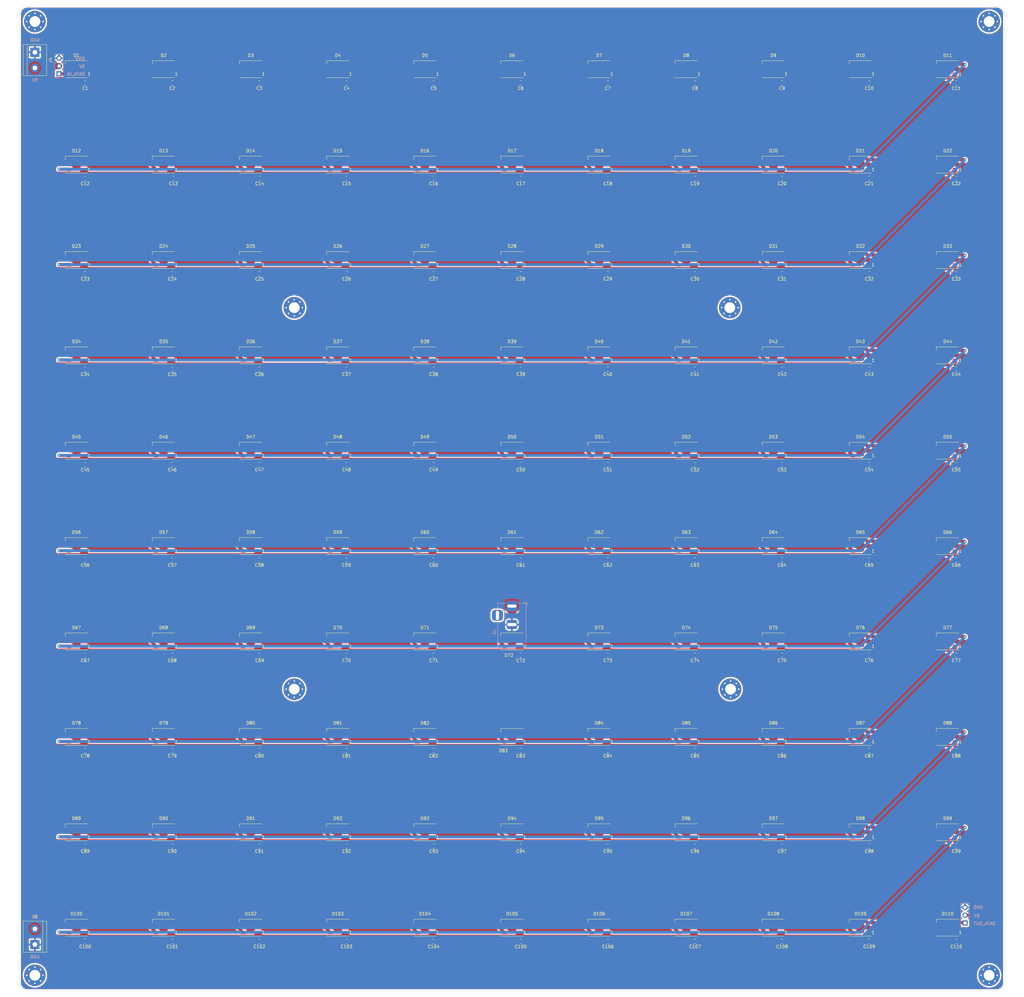
<source format=kicad_pcb>
(kicad_pcb (version 20211014) (generator pcbnew)
  (layers (0 "F.Cu" signal) (31 "B.Cu" signal) (34 "B.Paste" user) (35 "F.Paste" user) (36 "B.SilkS" user "B.Silkscreen") (37 "F.SilkS" user "F.Silkscreen") (38 "B.Mask" user) (39 "F.Mask" user) (44 "Edge.Cuts" user))
  (net 0 "")
  (net 1 "GND")
  (net 2 "+5V")
  (net 3 "Net-(D1-Pad2)")
  (net 4 "DATA_IN")
  (net 5 "Net-(D2-Pad2)")
  (net 6 "Net-(D3-Pad2)")
  (net 7 "Net-(D4-Pad2)")
  (net 8 "Net-(D5-Pad2)")
  (net 9 "Net-(D6-Pad2)")
  (net 10 "Net-(D7-Pad2)")
  (net 11 "Net-(D8-Pad2)")
  (net 12 "Net-(D10-Pad4)")
  (net 13 "Net-(D10-Pad2)")
  (net 14 "Net-(D11-Pad2)")
  (net 15 "Net-(D12-Pad2)")
  (net 16 "Net-(D13-Pad2)")
  (net 17 "Net-(D14-Pad2)")
  (net 18 "Net-(D15-Pad2)")
  (net 19 "Net-(D16-Pad2)")
  (net 20 "Net-(D17-Pad2)")
  (net 21 "Net-(D18-Pad2)")
  (net 22 "Net-(D19-Pad2)")
  (net 23 "Net-(D20-Pad2)")
  (net 24 "Net-(D21-Pad2)")
  (net 25 "Net-(D22-Pad2)")
  (net 26 "Net-(D23-Pad2)")
  (net 27 "Net-(D24-Pad2)")
  (net 28 "Net-(D25-Pad2)")
  (net 29 "Net-(D26-Pad2)")
  (net 30 "Net-(D27-Pad2)")
  (net 31 "Net-(D28-Pad2)")
  (net 32 "Net-(D29-Pad2)")
  (net 33 "Net-(D30-Pad2)")
  (net 34 "Net-(D31-Pad2)")
  (net 35 "Net-(D32-Pad2)")
  (net 36 "Net-(D33-Pad2)")
  (net 37 "Net-(D34-Pad2)")
  (net 38 "Net-(D35-Pad2)")
  (net 39 "Net-(D36-Pad2)")
  (net 40 "Net-(D37-Pad2)")
  (net 41 "Net-(D38-Pad2)")
  (net 42 "Net-(D39-Pad2)")
  (net 43 "Net-(D40-Pad2)")
  (net 44 "Net-(D41-Pad2)")
  (net 45 "Net-(D42-Pad2)")
  (net 46 "Net-(D43-Pad2)")
  (net 47 "Net-(D44-Pad2)")
  (net 48 "Net-(D45-Pad2)")
  (net 49 "Net-(D46-Pad2)")
  (net 50 "Net-(D47-Pad2)")
  (net 51 "Net-(D48-Pad2)")
  (net 52 "Net-(D49-Pad2)")
  (net 53 "Net-(D50-Pad2)")
  (net 54 "Net-(D51-Pad2)")
  (net 55 "Net-(D52-Pad2)")
  (net 56 "Net-(D53-Pad2)")
  (net 57 "Net-(D54-Pad2)")
  (net 58 "Net-(D55-Pad2)")
  (net 59 "Net-(D56-Pad2)")
  (net 60 "Net-(D57-Pad2)")
  (net 61 "Net-(D58-Pad2)")
  (net 62 "Net-(D59-Pad2)")
  (net 63 "Net-(D60-Pad2)")
  (net 64 "Net-(D61-Pad2)")
  (net 65 "Net-(D62-Pad2)")
  (net 66 "Net-(D63-Pad2)")
  (net 67 "Net-(D64-Pad2)")
  (net 68 "Net-(D65-Pad2)")
  (net 69 "Net-(D66-Pad2)")
  (net 70 "Net-(D67-Pad2)")
  (net 71 "Net-(D68-Pad2)")
  (net 72 "Net-(D69-Pad2)")
  (net 73 "Net-(D70-Pad2)")
  (net 74 "Net-(D71-Pad2)")
  (net 75 "Net-(D72-Pad2)")
  (net 76 "Net-(D73-Pad2)")
  (net 77 "Net-(D74-Pad2)")
  (net 78 "Net-(D75-Pad2)")
  (net 79 "Net-(D76-Pad2)")
  (net 80 "Net-(D77-Pad2)")
  (net 81 "Net-(D78-Pad2)")
  (net 82 "Net-(D79-Pad2)")
  (net 83 "Net-(D80-Pad2)")
  (net 84 "Net-(D81-Pad2)")
  (net 85 "Net-(D82-Pad2)")
  (net 86 "Net-(D83-Pad2)")
  (net 87 "Net-(D84-Pad2)")
  (net 88 "Net-(D85-Pad2)")
  (net 89 "Net-(D86-Pad2)")
  (net 90 "Net-(D87-Pad2)")
  (net 91 "Net-(D88-Pad2)")
  (net 92 "Net-(D89-Pad2)")
  (net 93 "Net-(D90-Pad2)")
  (net 94 "Net-(D91-Pad2)")
  (net 95 "Net-(D92-Pad2)")
  (net 96 "Net-(D93-Pad2)")
  (net 97 "Net-(D94-Pad2)")
  (net 98 "Net-(D95-Pad2)")
  (net 99 "Net-(D96-Pad2)")
  (net 100 "Net-(D97-Pad2)")
  (net 101 "Net-(D98-Pad2)")
  (net 102 "Net-(D100-Pad4)")
  (net 103 "Net-(D100-Pad2)")
  (net 104 "Net-(D101-Pad2)")
  (net 105 "Net-(D102-Pad2)")
  (net 106 "Net-(D103-Pad2)")
  (net 107 "Net-(D104-Pad2)")
  (net 108 "Net-(D105-Pad2)")
  (net 109 "Net-(D106-Pad2)")
  (net 110 "Net-(D107-Pad2)")
  (net 111 "Net-(D108-Pad2)")
  (net 112 "Net-(D109-Pad2)")
  (net 113 "DATA_OUT")
  (footprint "Capacitor_SMD:C_0805_2012Metric_Pad1.18x1.45mm_HandSolder" (layer "F.Cu") (at 812.33 314.5 180)
    (fp_text reference "C110")
    (fp_text value "C")
  )
  (footprint "Capacitor_SMD:C_0805_2012Metric_Pad1.18x1.45mm_HandSolder" (layer "F.Cu") (at 784.03 35.5 180)
    (fp_text reference "C10")
    (fp_text value "C")
  )
  (footprint "Capacitor_SMD:C_0805_2012Metric_Pad1.18x1.45mm_HandSolder" (layer "F.Cu") (at 557.63 97.5 180)
    (fp_text reference "C24")
    (fp_text value "C")
  )
  (footprint "LED_SMD:LED_WS2812B_PLCC4_5.0x5.0mm_P3.2mm" (layer "F.Cu") (at 554.8 31 180)
    (fp_text reference "D2")
    (fp_text value "WS2812B")
  )
  (footprint "Capacitor_SMD:C_0805_2012Metric_Pad1.18x1.45mm_HandSolder" (layer "F.Cu") (at 670.83 35.5 180)
    (fp_text reference "C6")
    (fp_text value "C")
  )
  (footprint "Capacitor_SMD:C_0805_2012Metric_Pad1.18x1.45mm_HandSolder" (layer "F.Cu") (at 755.73 97.5 180)
    (fp_text reference "C31")
    (fp_text value "C")
  )
  (footprint "Capacitor_SMD:C_0805_2012Metric_Pad1.18x1.45mm_HandSolder" (layer "F.Cu") (at 699.13 128.5 180)
    (fp_text reference "C40")
    (fp_text value "C")
  )
  (footprint "TerminalBlock:TerminalBlock_bornier-2_P5.08mm" (layer "F.Cu") (at 513 25.5 -90)
    (fp_text reference "J4")
    (fp_text value "Screw_Terminal_01x02")
  )
  (footprint "Capacitor_SMD:C_0805_2012Metric_Pad1.18x1.45mm_HandSolder" (layer "F.Cu") (at 557.63 283.5 180)
    (fp_text reference "C90")
    (fp_text value "C")
  )
  (footprint "TerminalBlock:TerminalBlock_bornier-2_P5.08mm" (layer "F.Cu") (at 513 315.5 90)
    (fp_text reference "J5")
    (fp_text value "Screw_Terminal_01x02")
  )
  (footprint "Capacitor_SMD:C_0805_2012Metric_Pad1.18x1.45mm_HandSolder" (layer "F.Cu") (at 614.23 221.5 180)
    (fp_text reference "C70")
    (fp_text value "C")
  )
  (footprint "Capacitor_SMD:C_0805_2012Metric_Pad1.18x1.45mm_HandSolder" (layer "F.Cu") (at 699.13 190.5 180)
    (fp_text reference "C62")
    (fp_text value "C")
  )
  (footprint "Capacitor_SMD:C_0805_2012Metric_Pad1.18x1.45mm_HandSolder" (layer "F.Cu") (at 670.83 97.5 180)
    (fp_text reference "C28")
    (fp_text value "C")
  )
  (footprint "LED_SMD:LED_WS2812B_PLCC4_5.0x5.0mm_P3.2mm" (layer "F.Cu") (at 724.6 62 180)
    (fp_text reference "D19")
    (fp_text value "WS2812B")
  )
  (footprint "LED_SMD:LED_WS2812B_PLCC4_5.0x5.0mm_P3.2mm" (layer "F.Cu") (at 696.3 186 180)
    (fp_text reference "D62")
    (fp_text value "WS2812B")
  )
  (footprint "LED_SMD:LED_WS2812B_PLCC4_5.0x5.0mm_P3.2mm" (layer "F.Cu") (at 526.5 62 180)
    (fp_text reference "D12")
    (fp_text value "WS2812B")
  )
  (footprint "LED_SMD:LED_WS2812B_PLCC4_5.0x5.0mm_P3.2mm" (layer "F.Cu") (at 639.7 279 180)
    (fp_text reference "D93")
    (fp_text value "WS2812B")
  )
  (footprint "Capacitor_SMD:C_0805_2012Metric_Pad1.18x1.45mm_HandSolder" (layer "F.Cu") (at 529.33 128.5 180)
    (fp_text reference "C34")
    (fp_text value "C")
  )
  (footprint "Capacitor_SMD:C_0805_2012Metric_Pad1.18x1.45mm_HandSolder" (layer "F.Cu") (at 670.83 128.5 180)
    (fp_text reference "C39")
    (fp_text value "C")
  )
  (footprint "LED_SMD:LED_WS2812B_PLCC4_5.0x5.0mm_P3.2mm" (layer "F.Cu") (at 696.3 31 180)
    (fp_text reference "D7")
    (fp_text value "WS2812B")
  )
  (footprint "LED_SMD:LED_WS2812B_PLCC4_5.0x5.0mm_P3.2mm" (layer "F.Cu") (at 781.2 279 180)
    (fp_text reference "D98")
    (fp_text value "WS2812B")
  )
  (footprint "LED_SMD:LED_WS2812B_PLCC4_5.0x5.0mm_P3.2mm" (layer "F.Cu") (at 668 124 180)
    (fp_text reference "D39")
    (fp_text value "WS2812B")
  )
  (footprint "Capacitor_SMD:C_0805_2012Metric_Pad1.18x1.45mm_HandSolder" (layer "F.Cu") (at 557.63 252.5 180)
    (fp_text reference "C79")
    (fp_text value "C")
  )
  (footprint "LED_SMD:LED_WS2812B_PLCC4_5.0x5.0mm_P3.2mm" (layer "F.Cu") (at 611.4 93 180)
    (fp_text reference "D26")
    (fp_text value "WS2812B")
  )
  (footprint "Capacitor_SMD:C_0805_2012Metric_Pad1.18x1.45mm_HandSolder" (layer "F.Cu") (at 642.53 190.5 180)
    (fp_text reference "C60")
    (fp_text value "C")
  )
  (footprint "Capacitor_SMD:C_0805_2012Metric_Pad1.18x1.45mm_HandSolder" (layer "F.Cu") (at 784.03 221.5 180)
    (fp_text reference "C76")
    (fp_text value "C")
  )
  (footprint "Capacitor_SMD:C_0805_2012Metric_Pad1.18x1.45mm_HandSolder" (layer "F.Cu") (at 670.83 66.5 180)
    (fp_text reference "C17")
    (fp_text value "C")
  )
  (footprint "LED_SMD:LED_WS2812B_PLCC4_5.0x5.0mm_P3.2mm" (layer "F.Cu") (at 809.5 217 180)
    (fp_text reference "D77")
    (fp_text value "WS2812B")
  )
  (footprint "LED_SMD:LED_WS2812B_PLCC4_5.0x5.0mm_P3.2mm" (layer "F.Cu") (at 752.9 124 180)
    (fp_text reference "D42")
    (fp_text value "WS2812B")
  )
  (footprint "Capacitor_SMD:C_0805_2012Metric_Pad1.18x1.45mm_HandSolder" (layer "F.Cu") (at 812.33 221.5 180)
    (fp_text reference "C77")
    (fp_text value "C")
  )
  (footprint "LED_SMD:LED_WS2812B_PLCC4_5.0x5.0mm_P3.2mm" (layer "F.Cu") (at 554.8 155 180)
    (fp_text reference "D46")
    (fp_text value "WS2812B")
  )
  (footprint "LED_SMD:LED_WS2812B_PLCC4_5.0x5.0mm_P3.2mm" (layer "F.Cu") (at 639.7 93 180)
    (fp_text reference "D27")
    (fp_text value "WS2812B")
  )
  (footprint "LED_SMD:LED_WS2812B_PLCC4_5.0x5.0mm_P3.2mm" (layer "F.Cu") (at 781.2 124 180)
    (fp_text reference "D43")
    (fp_text value "WS2812B")
  )
  (footprint "LED_SMD:LED_WS2812B_PLCC4_5.0x5.0mm_P3.2mm" (layer "F.Cu") (at 752.9 248 180)
    (fp_text reference "D86")
    (fp_text value "WS2812B")
  )
  (footprint "Capacitor_SMD:C_0805_2012Metric_Pad1.18x1.45mm_HandSolder" (layer "F.Cu") (at 784.03 66.5 180)
    (fp_text reference "C21")
    (fp_text value "C")
  )
  (footprint "LED_SMD:LED_WS2812B_PLCC4_5.0x5.0mm_P3.2mm" (layer "F.Cu") (at 752.9 217 180)
    (fp_text reference "D75")
    (fp_text value "WS2812B")
  )
  (footprint "Capacitor_SMD:C_0805_2012Metric_Pad1.18x1.45mm_HandSolder" (layer "F.Cu") (at 755.73 159.5 180)
    (fp_text reference "C53")
    (fp_text value "C")
  )
  (footprint "Capacitor_SMD:C_0805_2012Metric_Pad1.18x1.45mm_HandSolder" (layer "F.Cu") (at 614.23 97.5 180)
    (fp_text reference "C26")
    (fp_text value "C")
  )
  (footprint "LED_SMD:LED_WS2812B_PLCC4_5.0x5.0mm_P3.2mm" (layer "F.Cu") (at 526.5 124 180)
    (fp_text reference "D34")
    (fp_text value "WS2812B")
  )
  (footprint "LED_SMD:LED_WS2812B_PLCC4_5.0x5.0mm_P3.2mm" (layer "F.Cu") (at 639.7 124 180)
    (fp_text reference "D38")
    (fp_text value "WS2812B")
  )
  (footprint "LED_SMD:LED_WS2812B_PLCC4_5.0x5.0mm_P3.2mm" (layer "F.Cu") (at 583.1 93 180)
    (fp_text reference "D25")
    (fp_text value "WS2812B")
  )
  (footprint "LED_SMD:LED_WS2812B_PLCC4_5.0x5.0mm_P3.2mm" (layer "F.Cu") (at 583.1 217 180)
    (fp_text reference "D69")
    (fp_text value "WS2812B")
  )
  (footprint "LED_SMD:LED_WS2812B_PLCC4_5.0x5.0mm_P3.2mm" (layer "F.Cu") (at 809.5 155 180)
    (fp_text reference "D55")
    (fp_text value "WS2812B")
  )
  (footprint "Capacitor_SMD:C_0805_2012Metric_Pad1.18x1.45mm_HandSolder" (layer "F.Cu") (at 727.43 190.5 180)
    (fp_text reference "C63")
    (fp_text value "C")
  )
  (footprint "Capacitor_SMD:C_0805_2012Metric_Pad1.18x1.45mm_HandSolder" (layer "F.Cu") (at 699.13 97.5 180)
    (fp_text reference "C29")
    (fp_text value "C")
  )
  (footprint "MountingHole:MountingHole_3.5mm_Pad_Via" (layer "F.Cu") (at 739 232.5)
    (fp_text reference "Hole7" hide)
    (fp_text value "MountingHole_3.5mm_Pad_Via")
  )
  (footprint "Capacitor_SMD:C_0805_2012Metric_Pad1.18x1.45mm_HandSolder" (layer "F.Cu") (at 586 221.5 180)
    (fp_text reference "C69")
    (fp_text value "C")
  )
  (footprint "LED_SMD:LED_WS2812B_PLCC4_5.0x5.0mm_P3.2mm" (layer "F.Cu") (at 611.4 62 180)
    (fp_text reference "D15")
    (fp_text value "WS2812B")
  )
  (footprint "Capacitor_SMD:C_0805_2012Metric_Pad1.18x1.45mm_HandSolder" (layer "F.Cu") (at 614.23 128.5 180)
    (fp_text reference "C37")
    (fp_text value "C")
  )
  (footprint "Capacitor_SMD:C_0805_2012Metric_Pad1.18x1.45mm_HandSolder" (layer "F.Cu") (at 614.23 252.5 180)
    (fp_text reference "C81")
    (fp_text value "C")
  )
  (footprint "LED_SMD:LED_WS2812B_PLCC4_5.0x5.0mm_P3.2mm" (layer "F.Cu") (at 554.8 310 180)
    (fp_text reference "D101")
    (fp_text value "WS2812B")
  )
  (footprint "LED_SMD:LED_WS2812B_PLCC4_5.0x5.0mm_P3.2mm" (layer "F.Cu") (at 696.3 93 180)
    (fp_text reference "D29")
    (fp_text value "WS2812B")
  )
  (footprint "Capacitor_SMD:C_0805_2012Metric_Pad1.18x1.45mm_HandSolder" (layer "F.Cu") (at 529.33 314.5 180)
    (fp_text reference "C100")
    (fp_text value "C")
  )
  (footprint "Capacitor_SMD:C_0805_2012Metric_Pad1.18x1.45mm_HandSolder" (layer "F.Cu") (at 727.43 128.5 180)
    (fp_text reference "C41")
    (fp_text value "C")
  )
  (footprint "LED_SMD:LED_WS2812B_PLCC4_5.0x5.0mm_P3.2mm" (layer "F.Cu") (at 554.8 93 180)
    (fp_text reference "D24")
    (fp_text value "WS2812B")
  )
  (footprint "Capacitor_SMD:C_0805_2012Metric_Pad1.18x1.45mm_HandSolder" (layer "F.Cu") (at 699.13 35.5 180)
    (fp_text reference "C7")
    (fp_text value "C")
  )
  (footprint "LED_SMD:LED_WS2812B_PLCC4_5.0x5.0mm_P3.2mm" (layer "F.Cu") (at 554.8 217 180)
    (fp_text reference "D68")
    (fp_text value "WS2812B")
  )
  (footprint "LED_SMD:LED_WS2812B_PLCC4_5.0x5.0mm_P3.2mm" (layer "F.Cu") (at 554.8 279 180)
    (fp_text reference "D90")
    (fp_text value "WS2812B")
  )
  (footprint "LED_SMD:LED_WS2812B_PLCC4_5.0x5.0mm_P3.2mm" (layer "F.Cu") (at 781.2 186 180)
    (fp_text reference "D65")
    (fp_text value "WS2812B")
  )
  (footprint "LED_SMD:LED_WS2812B_PLCC4_5.0x5.0mm_P3.2mm" (layer "F.Cu") (at 526.5 248 180)
    (fp_text reference "D78")
    (fp_text value "WS2812B")
  )
  (footprint "LED_SMD:LED_WS2812B_PLCC4_5.0x5.0mm_P3.2mm" (layer "F.Cu") (at 809.5 124 180)
    (fp_text reference "D44")
    (fp_text value "WS2812B")
  )
  (footprint "Capacitor_SMD:C_0805_2012Metric_Pad1.18x1.45mm_HandSolder" (layer "F.Cu") (at 670.83 283.5 180)
    (fp_text reference "C94")
    (fp_text value "C")
  )
  (footprint "LED_SMD:LED_WS2812B_PLCC4_5.0x5.0mm_P3.2mm" (layer "F.Cu") (at 611.4 155 180)
    (fp_text reference "D48")
    (fp_text value "WS2812B")
  )
  (footprint "LED_SMD:LED_WS2812B_PLCC4_5.0x5.0mm_P3.2mm" (layer "F.Cu") (at 611.4 279 180)
    (fp_text reference "D92")
    (fp_text value "WS2812B")
  )
  (footprint "Capacitor_SMD:C_0805_2012Metric_Pad1.18x1.45mm_HandSolder" (layer "F.Cu") (at 557.63 314.5 180)
    (fp_text reference "C101")
    (fp_text value "C")
  )
  (footprint "Capacitor_SMD:C_0805_2012Metric_Pad1.18x1.45mm_HandSolder" (layer "F.Cu") (at 699.13 283.5 180)
    (fp_text reference "C95")
    (fp_text value "C")
  )
  (footprint "LED_SMD:LED_WS2812B_PLCC4_5.0x5.0mm_P3.2mm" (layer "F.Cu") (at 752.9 279 180)
    (fp_text reference "D97")
    (fp_text value "WS2812B")
  )
  (footprint "Capacitor_SMD:C_0805_2012Metric_Pad1.18x1.45mm_HandSolder" (layer "F.Cu") (at 614.23 314.5 180)
    (fp_text reference "C103")
    (fp_text value "C")
  )
  (footprint "Capacitor_SMD:C_0805_2012Metric_Pad1.18x1.45mm_HandSolder" (layer "F.Cu") (at 670.83 159.5 180)
    (fp_text reference "C50")
    (fp_text value "C")
  )
  (footprint "Capacitor_SMD:C_0805_2012Metric_Pad1.18x1.45mm_HandSolder" (layer "F.Cu") (at 670.83 190.5 180)
    (fp_text reference "C61")
    (fp_text value "C")
  )
  (footprint "LED_SMD:LED_WS2812B_PLCC4_5.0x5.0mm_P3.2mm" (layer "F.Cu") (at 696.3 279 180)
    (fp_text reference "D95")
    (fp_text value "WS2812B")
  )
  (footprint "LED_SMD:LED_WS2812B_PLCC4_5.0x5.0mm_P3.2mm" (layer "F.Cu") (at 611.4 310 180)
    (fp_text reference "D103")
    (fp_text value "WS2812B")
  )
  (footprint "Capacitor_SMD:C_0805_2012Metric_Pad1.18x1.45mm_HandSolder" (layer "F.Cu") (at 727.43 252.5 180)
    (fp_text reference "C85")
    (fp_text value "C")
  )
  (footprint "Capacitor_SMD:C_0805_2012Metric_Pad1.18x1.45mm_HandSolder" (layer "F.Cu") (at 642.53 35.5 180)
    (fp_text reference "C5")
    (fp_text value "C")
  )
  (footprint "LED_SMD:LED_WS2812B_PLCC4_5.0x5.0mm_P3.2mm" (layer "F.Cu") (at 696.3 310 180)
    (fp_text reference "D106")
    (fp_text value "WS2812B")
  )
  (footprint "Capacitor_SMD:C_0805_2012Metric_Pad1.18x1.45mm_HandSolder" (layer "F.Cu") (at 558 66.5 180)
    (fp_text reference "C13")
    (fp_text value "C")
  )
  (footprint "LED_SMD:LED_WS2812B_PLCC4_5.0x5.0mm_P3.2mm" (layer "F.Cu") (at 696.3 248 180)
    (fp_text reference "D84")
    (fp_text value "WS2812B")
  )
  (footprint "Capacitor_SMD:C_0805_2012Metric_Pad1.18x1.45mm_HandSolder" (layer "F.Cu") (at 727.43 283.5 180)
    (fp_text reference "C96")
    (fp_text value "C")
  )
  (footprint "LED_SMD:LED_WS2812B_PLCC4_5.0x5.0mm_P3.2mm" (layer "F.Cu") (at 809.5 310 180)
    (fp_text reference "D110")
    (fp_text value "WS2812B")
  )
  (footprint "Capacitor_SMD:C_0805_2012Metric_Pad1.18x1.45mm_HandSolder" (layer "F.Cu") (at 642.53 314.5 180)
    (fp_text reference "C104")
    (fp_text value "C")
  )
  (footprint "Capacitor_SMD:C_0805_2012Metric_Pad1.18x1.45mm_HandSolder" (layer "F.Cu") (at 670.83 314.5 180)
    (fp_text reference "C105")
    (fp_text value "C")
  )
  (footprint "LED_SMD:LED_WS2812B_PLCC4_5.0x5.0mm_P3.2mm" (layer "F.Cu") (at 583.1 248 180)
    (fp_text reference "D80")
    (fp_text value "WS2812B")
  )
  (footprint "Capacitor_SMD:C_0805_2012Metric_Pad1.18x1.45mm_HandSolder" (layer "F.Cu") (at 585.93 252.5 180)
    (fp_text reference "C80")
    (fp_text value "C")
  )
  (footprint "LED_SMD:LED_WS2812B_PLCC4_5.0x5.0mm_P3.2mm" (layer "F.Cu") (at 639.7 248 180)
    (fp_text reference "D82")
    (fp_text value "WS2812B")
  )
  (footprint "LED_SMD:LED_WS2812B_PLCC4_5.0x5.0mm_P3.2mm" (layer "F.Cu") (at 639.7 31 180)
    (fp_text reference "D5")
    (fp_text value "WS2812B")
  )
  (footprint "LED_SMD:LED_WS2812B_PLCC4_5.0x5.0mm_P3.2mm" (layer "F.Cu") (at 554.8 248 180)
    (fp_text reference "D79")
    (fp_text value "WS2812B")
  )
  (footprint "Capacitor_SMD:C_0805_2012Metric_Pad1.18x1.45mm_HandSolder" (layer "F.Cu") (at 755.73 66.5 180)
    (fp_text reference "C20")
    (fp_text value "C")
  )
  (footprint "LED_SMD:LED_WS2812B_PLCC4_5.0x5.0mm_P3.2mm" (layer "F.Cu") (at 526.5 279 180)
    (fp_text reference "D89")
    (fp_text value "WS2812B")
  )
  (footprint "LED_SMD:LED_WS2812B_PLCC4_5.0x5.0mm_P3.2mm" (layer "F.Cu") (at 781.2 248 180)
    (fp_text reference "D87")
    (fp_text value "WS2812B")
  )
  (footprint "LED_SMD:LED_WS2812B_PLCC4_5.0x5.0mm_P3.2mm" (layer "F.Cu") (at 611.4 248 180)
    (fp_text reference "D81")
    (fp_text value "WS2812B")
  )
  (footprint "MountingHole:MountingHole_3.5mm_Pad_Via" (layer "F.Cu") (at 823 325.5)
    (fp_text reference "Hole3" hide)
    (fp_text value "MountingHole_3.5mm_Pad_Via")
  )
  (footprint "LED_SMD:LED_WS2812B_PLCC4_5.0x5.0mm_P3.2mm" (layer "F.Cu") (at 781.2 310 180)
    (fp_text reference "D109")
    (fp_text value "WS2812B")
  )
  (footprint "Capacitor_SMD:C_0805_2012Metric_Pad1.18x1.45mm_HandSolder" (layer "F.Cu") (at 727.43 35.5 180)
    (fp_text reference "C8")
    (fp_text value "C")
  )
  (footprint "Capacitor_SMD:C_0805_2012Metric_Pad1.18x1.45mm_HandSolder" (layer "F.Cu") (at 812.33 159.5 180)
    (fp_text reference "C55")
    (fp_text value "C")
  )
  (footprint "Capacitor_SMD:C_0805_2012Metric_Pad1.18x1.45mm_HandSolder" (layer "F.Cu") (at 529.33 283.5 180)
    (fp_text reference "C89")
    (fp_text value "C")
  )
  (footprint "LED_SMD:LED_WS2812B_PLCC4_5.0x5.0mm_P3.2mm" (layer "F.Cu") (at 696.3 62 180)
    (fp_text reference "D18")
    (fp_text value "WS2812B")
  )
  (footprint "LED_SMD:LED_WS2812B_PLCC4_5.0x5.0mm_P3.2mm" (layer "F.Cu") (at 639.7 186 180)
    (fp_text reference "D60")
    (fp_text value "WS2812B")
  )
  (footprint "LED_SMD:LED_WS2812B_PLCC4_5.0x5.0mm_P3.2mm" (layer "F.Cu") (at 526.5 310 180)
    (fp_text reference "D100")
    (fp_text value "WS2812B")
  )
  (footprint "Capacitor_SMD:C_0805_2012Metric_Pad1.18x1.45mm_HandSolder" (layer "F.Cu") (at 557.63 190.5 180)
    (fp_text reference "C57")
    (fp_text value "C")
  )
  (footprint "Capacitor_SMD:C_0805_2012Metric_Pad1.18x1.45mm_HandSolder" (layer "F.Cu") (at 755.73 252.5 180)
    (fp_text reference "C86")
    (fp_text value "C")
  )
  (footprint "LED_SMD:LED_WS2812B_PLCC4_5.0x5.0mm_P3.2mm" (layer "F.Cu") (at 668 93 180)
    (fp_text reference "D28")
    (fp_text value "WS2812B")
  )
  (footprint "LED_SMD:LED_WS2812B_PLCC4_5.0x5.0mm_P3.2mm" (layer "F.Cu") (at 554.8 62 180)
    (fp_text reference "D13")
    (fp_text value "WS2812B")
  )
  (footprint "LED_SMD:LED_WS2812B_PLCC4_5.0x5.0mm_P3.2mm" (layer "F.Cu") (at 809.5 62 180)
    (fp_text reference "D22")
    (fp_text value "WS2812B")
  )
  (footprint "Capacitor_SMD:C_0805_2012Metric_Pad1.18x1.45mm_HandSolder" (layer "F.Cu") (at 585.93 159.5 180)
    (fp_text reference "C47")
    (fp_text value "C")
  )
  (footprint "Capacitor_SMD:C_0805_2012Metric_Pad1.18x1.45mm_HandSolder" (layer "F.Cu") (at 642.53 97.5 180)
    (fp_text reference "C27")
    (fp_text value "C")
  )
  (footprint "LED_SMD:LED_WS2812B_PLCC4_5.0x5.0mm_P3.2mm" (layer "F.Cu") (at 611.4 217 180)
    (fp_text reference "D70")
    (fp_text value "WS2812B")
  )
  (footprint "Capacitor_SMD:C_0805_2012Metric_Pad1.18x1.45mm_HandSolder" (layer "F.Cu") (at 812.33 252.5 180)
    (fp_text reference "C88")
    (fp_text value "C")
  )
  (footprint "LED_SMD:LED_WS2812B_PLCC4_5.0x5.0mm_P3.2mm" (layer "F.Cu") (at 583.1 31 180)
    (fp_text reference "D3")
    (fp_text value "WS2812B")
  )
  (footprint "Capacitor_SMD:C_0805_2012Metric_Pad1.18x1.45mm_HandSolder" (layer "F.Cu") (at 585.93 283.5 180)
    (fp_text reference "C91")
    (fp_text value "C")
  )
  (footprint "LED_SMD:LED_WS2812B_PLCC4_5.0x5.0mm_P3.2mm" (layer "F.Cu") (at 724.6 31 180)
    (fp_text reference "D8")
    (fp_text value "WS2812B")
  )
  (footprint "LED_SMD:LED_WS2812B_PLCC4_5.0x5.0mm_P3.2mm" (layer "F.Cu") (at 809.5 31 180)
    (fp_text reference "D11")
    (fp_text value "WS2812B")
  )
  (footprint "Capacitor_SMD:C_0805_2012Metric_Pad1.18x1.45mm_HandSolder" (layer "F.Cu") (at 699.13 159.5 180)
    (fp_text reference "C51")
    (fp_text value "C")
  )
  (footprint "Capacitor_SMD:C_0805_2012Metric_Pad1.18x1.45mm_HandSolder" (layer "F.Cu") (at 529.33 190.5 180)
    (fp_text reference "C56")
    (fp_text value "C")
  )
  (footprint "Capacitor_SMD:C_0805_2012Metric_Pad1.18x1.45mm_HandSolder" (layer "F.Cu") (at 784.03 190.5 180)
    (fp_text reference "C65")
    (fp_text value "C")
  )
  (footprint "Capacitor_SMD:C_0805_2012Metric_Pad1.18x1.45mm_HandSolder" (layer "F.Cu") (at 529.33 221.5 180)
    (fp_text reference "C67")
    (fp_text value "C")
  )
  (footprint "LED_SMD:LED_WS2812B_PLCC4_5.0x5.0mm_P3.2mm" (layer "F.Cu") (at 752.9 186 180)
    (fp_text reference "D64")
    (fp_text value "WS2812B")
  )
  (footprint "LED_SMD:LED_WS2812B_PLCC4_5.0x5.0mm_P3.2mm" (layer "F.Cu") (at 724.6 124 180)
    (fp_text reference "D41")
    (fp_text value "WS2812B")
  )
  (footprint "Capacitor_SMD:C_0805_2012Metric_Pad1.18x1.45mm_HandSolder" (layer "F.Cu") (at 614.23 190.5 180)
    (fp_text reference "C59")
    (fp_text value "C")
  )
  (footprint "Capacitor_SMD:C_0805_2012Metric_Pad1.18x1.45mm_HandSolder" (layer "F.Cu") (at 755.73 314.5 180)
    (fp_text reference "C108")
    (fp_text value "C")
  )
  (footprint "LED_SMD:LED_WS2812B_PLCC4_5.0x5.0mm_P3.2mm" (layer "F.Cu") (at 668 248 180)
    (fp_text reference "D83")
    (fp_text value "WS2812B")
  )
  (footprint "MountingHole:MountingHole_3.5mm_Pad_Via" (layer "F.Cu") (at 597.25 232.5)
    (fp_text reference "Hole8" hide)
    (fp_text value "MountingHole_3.5mm_Pad_Via")
  )
  (footprint "Capacitor_SMD:C_0805_2012Metric_Pad1.18x1.45mm_HandSolder" (layer "F.Cu") (at 529.33 97.5 180)
    (fp_text reference "C23")
    (fp_text value "C")
  )
  (footprint "LED_SMD:LED_WS2812B_PLCC4_5.0x5.0mm_P3.2mm" (layer "F.Cu") (at 752.9 62 180)
    (fp_text reference "D20")
    (fp_text value "WS2812B")
  )
  (footprint "LED_SMD:LED_WS2812B_PLCC4_5.0x5.0mm_P3.2mm" (layer "F.Cu") (at 583.1 310 180)
    (fp_text reference "D102")
    (fp_text value "WS2812B")
  )
  (footprint "Capacitor_SMD:C_0805_2012Metric_Pad1.18x1.45mm_HandSolder" (layer "F.Cu") (at 727.43 97.5 180)
    (fp_text reference "C30")
    (fp_text value "C")
  )
  (footprint "LED_SMD:LED_WS2812B_PLCC4_5.0x5.0mm_P3.2mm" (layer "F.Cu") (at 724.6 279 180)
    (fp_text reference "D96")
    (fp_text value "WS2812B")
  )
  (footprint "LED_SMD:LED_WS2812B_PLCC4_5.0x5.0mm_P3.2mm" (layer "F.Cu") (at 668 279 180)
    (fp_text reference "D94")
    (fp_text value "WS2812B")
  )
  (footprint "LED_SMD:LED_WS2812B_PLCC4_5.0x5.0mm_P3.2mm" (layer "F.Cu") (at 752.9 31 180)
    (fp_text reference "D9")
    (fp_text value "WS2812B")
  )
  (footprint "Capacitor_SMD:C_0805_2012Metric_Pad1.18x1.45mm_HandSolder" (layer "F.Cu") (at 670.83 252.5 180)
    (fp_text reference "C83")
    (fp_text value "C")
  )
  (footprint "Capacitor_SMD:C_0805_2012Metric_Pad1.18x1.45mm_HandSolder" (layer "F.Cu") (at 784.03 128.5 180)
    (fp_text reference "C43")
    (fp_text value "C")
  )
  (footprint "Capacitor_SMD:C_0805_2012Metric_Pad1.18x1.45mm_HandSolder" (layer "F.Cu") (at 614.23 159.5 180)
    (fp_text reference "C48")
    (fp_text value "C")
  )
  (footprint "Capacitor_SMD:C_0805_2012Metric_Pad1.18x1.45mm_HandSolder" (layer "F.Cu") (at 784.03 252.5 180)
    (fp_text reference "C87")
    (fp_text value "C")
  )
  (footprint "Capacitor_SMD:C_0805_2012Metric_Pad1.18x1.45mm_HandSolder" (layer "F.Cu") (at 784.03 283.5 180)
    (fp_text reference "C98")
    (fp_text value "C")
  )
  (footprint "Capacitor_SMD:C_0805_2012Metric_Pad1.18x1.45mm_HandSolder" (layer "F.Cu") (at 812.33 97.5 180)
    (fp_text reference "C33")
    (fp_text value "C")
  )
  (footprint "Capacitor_SMD:C_0805_2012Metric_Pad1.18x1.45mm_HandSolder" (layer "F.Cu") (at 529.33 159.5 180)
    (fp_text reference "C45")
    (fp_text value "C")
  )
  (footprint "Capacitor_SMD:C_0805_2012Metric_Pad1.18x1.45mm_HandSolder" (layer "F.Cu") (at 642.53 128.5 180)
    (fp_text reference "C38")
    (fp_text value "C")
  )
  (footprint "LED_SMD:LED_WS2812B_PLCC4_5.0x5.0mm_P3.2mm" (layer "F.Cu") (at 724.6 217 180)
    (fp_text reference "D74")
    (fp_text value "WS2812B")
  )
  (footprint "Capacitor_SMD:C_0805_2012Metric_Pad1.18x1.45mm_HandSolder" (layer "F.Cu") (at 699.13 314.5 180)
    (fp_text reference "C106")
    (fp_text value "C")
  )
  (footprint "MountingHole:MountingHole_3.5mm_Pad_Via" (layer "F.Cu") (at 823 15.5)
    (fp_text reference "Hole2" hide)
    (fp_text value "MountingHole_3.5mm_Pad_Via")
  )
  (footprint "LED_SMD:LED_WS2812B_PLCC4_5.0x5.0mm_P3.2mm" (layer "F.Cu") (at 611.4 124 180)
    (fp_text reference "D37")
    (fp_text value "WS2812B")
  )
  (footprint "Capacitor_SMD:C_0805_2012Metric_Pad1.18x1.45mm_HandSolder" (layer "F.Cu") (at 812.33 128.5 180)
    (fp_text reference "C44")
    (fp_text value "C")
  )
  (footprint "Capacitor_SMD:C_0805_2012Metric_Pad1.18x1.45mm_HandSolder" (layer "F.Cu") (at 585.93 190.5 180)
    (fp_text reference "C58")
    (fp_text value "C")
  )
  (footprint "LED_SMD:LED_WS2812B_PLCC4_5.0x5.0mm_P3.2mm" (layer "F.Cu") (at 809.5 93 180)
    (fp_text reference "D33")
    (fp_text value "WS2812B")
  )
  (footprint "LED_SMD:LED_WS2812B_PLCC4_5.0x5.0mm_P3.2mm" (layer "F.Cu") (at 554.8 124 180)
    (fp_text reference "D35")
    (fp_text value "WS2812B")
  )
  (footprint "LED_SMD:LED_WS2812B_PLCC4_5.0x5.0mm_P3.2mm" (layer "F.Cu") (at 639.7 310 180)
    (fp_text reference "D104")
    (fp_text value "WS2812B")
  )
  (footprint "Capacitor_SMD:C_0805_2012Metric_Pad1.18x1.45mm_HandSolder" (layer "F.Cu") (at 557.63 128.5 180)
    (fp_text reference "C35")
    (fp_text value "C")
  )
  (footprint "Capacitor_SMD:C_0805_2012Metric_Pad1.18x1.45mm_HandSolder" (layer "F.Cu") (at 642.53 221.5 180)
    (fp_text reference "C71")
    (fp_text value "C")
  )
  (footprint "Capacitor_SMD:C_0805_2012Metric_Pad1.18x1.45mm_HandSolder" (layer "F.Cu") (at 784.03 159.5 180)
    (fp_text reference "C54")
    (fp_text value "C")
  )
  (footprint "Capacitor_SMD:C_0805_2012Metric_Pad1.18x1.45mm_HandSolder" (layer "F.Cu") (at 755.73 283.5 180)
    (fp_text reference "C97")
    (fp_text value "C")
  )
  (footprint "Capacitor_SMD:C_0805_2012Metric_Pad1.18x1.45mm_HandSolder" (layer "F.Cu") (at 812.33 283.5 180)
    (fp_text reference "C99")
    (fp_text value "C")
  )
  (footprint "MountingHole:MountingHole_3.5mm_Pad_Via" (layer "F.Cu") (at 738.75 108.5)
    (fp_text reference "Hole6" hide)
    (fp_text value "MountingHole_3.5mm_Pad_Via")
  )
  (footprint "LED_SMD:LED_WS2812B_PLCC4_5.0x5.0mm_P3.2mm" (layer "F.Cu") (at 724.6 155 180)
    (fp_text reference "D52")
    (fp_text value "WS2812B")
  )
  (footprint "Capacitor_SMD:C_0805_2012Metric_Pad1.18x1.45mm_HandSolder" (layer "F.Cu") (at 614.23 35.5 180)
    (fp_text reference "C4")
    (fp_text value "C")
  )
  (footprint "Capacitor_SMD:C_0805_2012Metric_Pad1.18x1.45mm_HandSolder" (layer "F.Cu") (at 614.23 66.5 180)
    (fp_text reference "C15")
    (fp_text value "C")
  )
  (footprint "LED_SMD:LED_WS2812B_PLCC4_5.0x5.0mm_P3.2mm" (layer "F.Cu") (at 696.3 217 180)
    (fp_text reference "D73")
    (fp_text value "WS2812B")
  )
  (footprint "Capacitor_SMD:C_0805_2012Metric_Pad1.18x1.45mm_HandSolder" (layer "F.Cu") (at 585.93 35.5 180)
    (fp_text reference "C3")
    (fp_text value "C")
  )
  (footprint "Capacitor_SMD:C_0805_2012Metric_Pad1.18x1.45mm_HandSolder" (layer "F.Cu") (at 529.33 252.5 180)
    (fp_text reference "C78")
    (fp_text value "C")
  )
  (footprint "Capacitor_SMD:C_0805_2012Metric_Pad1.18x1.45mm_HandSolder" (layer "F.Cu") (at 670.83 221.5 180)
    (fp_text reference "C72")
    (fp_text value "C")
  )
  (footprint "LED_SMD:LED_WS2812B_PLCC4_5.0x5.0mm_P3.2mm" (layer "F.Cu") (at 639.7 62 180)
    (fp_text reference "D16")
    (fp_text value "WS2812B")
  )
  (footprint "Capacitor_SMD:C_0805_2012Metric_Pad1.18x1.45mm_HandSolder" (layer "F.Cu") (at 642.53 252.5 180)
    (fp_text reference "C82")
    (fp_text value "C")
  )
  (footprint "Capacitor_SMD:C_0805_2012Metric_Pad1.18x1.45mm_HandSolder" (layer "F.Cu") (at 755.73 128.5 180)
    (fp_text reference "C42")
    (fp_text value "C")
  )
  (footprint "LED_SMD:LED_WS2812B_PLCC4_5.0x5.0mm_P3.2mm" (layer "F.Cu") (at 781.2 31 180)
    (fp_text reference "D10")
    (fp_text value "WS2812B")
  )
  (footprint "LED_SMD:LED_WS2812B_PLCC4_5.0x5.0mm_P3.2mm" (layer "F.Cu") (at 781.2 62 180)
    (fp_text reference "D21")
    (fp_text value "WS2812B")
  )
  (footprint "LED_SMD:LED_WS2812B_PLCC4_5.0x5.0mm_P3.2mm" (layer "F.Cu") (at 668 186 180)
    (fp_text reference "D61")
    (fp_text value "WS2812B")
  )
  (footprint "LED_SMD:LED_WS2812B_PLCC4_5.0x5.0mm_P3.2mm" (layer "F.Cu") (at 583.1 124 180)
    (fp_text reference "D36")
    (fp_text value "WS2812B")
  )
  (footprint "Capacitor_SMD:C_0805_2012Metric_Pad1.18x1.45mm_HandSolder" (layer "F.Cu") (at 585.93 314.5 180)
    (fp_text reference "C102")
    (fp_text value "C")
  )
  (footprint "LED_SMD:LED_WS2812B_PLCC4_5.0x5.0mm_P3.2mm" (layer "F.Cu") (at 668 31 180)
    (fp_text reference "D6")
    (fp_text value "WS2812B")
  )
  (footprint "Capacitor_SMD:C_0805_2012Metric_Pad1.18x1.45mm_HandSolder" (layer "F.Cu") (at 727.43 221.5 180)
    (fp_text reference "C74")
    (fp_text value "C")
  )
  (footprint "LED_SMD:LED_WS2812B_PLCC4_5.0x5.0mm_P3.2mm" (layer "F.Cu") (at 809.5 248 180)
    (fp_text reference "D88")
    (fp_text value "WS2812B")
  )
  (footprint "LED_SMD:LED_WS2812B_PLCC4_5.0x5.0mm_P3.2mm" (layer "F.Cu") (at 809.5 186 180)
    (fp_text reference "D66")
    (fp_text value "WS2812B")
  )
  (footprint "LED_SMD:LED_WS2812B_PLCC4_5.0x5.0mm_P3.2mm" (layer "F.Cu") (at 696.3 124 180)
    (fp_text reference "D40")
    (fp_text value "WS2812B")
  )
  (footprint "Capacitor_SMD:C_0805_2012Metric_Pad1.18x1.45mm_HandSolder" (layer "F.Cu") (at 727.43 159.5 180)
    (fp_text reference "C52")
    (fp_text value "C")
  )
  (footprint "LED_SMD:LED_WS2812B_PLCC4_5.0x5.0mm_P3.2mm" (layer "F.Cu") (at 781.2 93 180)
    (fp_text reference "D32")
    (fp_text value "WS2812B")
  )
  (footprint "LED_SMD:LED_WS2812B_PLCC4_5.0x5.0mm_P3.2mm" (layer "F.Cu") (at 639.7 155 180)
    (fp_text reference "D49")
    (fp_text value "WS2812B")
  )
  (footprint "LED_SMD:LED_WS2812B_PLCC4_5.0x5.0mm_P3.2mm" (layer "F.Cu") (at 724.6 93 180)
    (fp_text reference "D30")
    (fp_text value "WS2812B")
  )
  (footprint "LED_SMD:LED_WS2812B_PLCC4_5.0x5.0mm_P3.2mm" (layer "F.Cu") (at 583.1 186 180)
    (fp_text reference "D58")
    (fp_text value "WS2812B")
  )
  (footprint "LED_SMD:LED_WS2812B_PLCC4_5.0x5.0mm_P3.2mm" (layer "F.Cu") (at 583.1 155 180)
    (fp_text reference "D47")
    (fp_text value "WS2812B")
  )
  (footprint "Capacitor_SMD:C_0805_2012Metric_Pad1.18x1.45mm_HandSolder" (layer "F.Cu") (at 529.33 66.5 180)
    (fp_text reference "C12")
    (fp_text value "C")
  )
  (footprint "Capacitor_SMD:C_0805_2012Metric_Pad1.18x1.45mm_HandSolder" (layer "F.Cu") (at 586 66.5 180)
    (fp_text reference "C14")
    (fp_text value "C")
  )
  (footprint "Capacitor_SMD:C_0805_2012Metric_Pad1.18x1.45mm_HandSolder" (layer "F.Cu") (at 642.53 159.5 180)
    (fp_text reference "C49")
    (fp_text value "C")
  )
  (footprint "Capacitor_SMD:C_0805_2012Metric_Pad1.18x1.45mm_HandSolder" (layer "F.Cu") (at 812.33 190.5 180)
    (fp_text reference "C66")
    (fp_text value "C")
  )
  (footprint "LED_SMD:LED_WS2812B_PLCC4_5.0x5.0mm_P3.2mm" (layer "F.Cu") (at 668 217 180)
    (fp_text reference "D72")
    (fp_text value "WS2812B")
  )
  (footprint "LED_SMD:LED_WS2812B_PLCC4_5.0x5.0mm_P3.2mm" (layer "F.Cu") (at 668 155 180)
    (fp_text reference "D50")
    (fp_text value "WS2812B")
  )
  (footprint "LED_SMD:LED_WS2812B_PLCC4_5.0x5.0mm_P3.2mm" (layer "F.Cu") (at 583.1 279 180)
    (fp_text reference "D91")
    (fp_text value "WS2812B")
  )
  (footprint "Capacitor_SMD:C_0805_2012Metric_Pad1.18x1.45mm_HandSolder" (layer "F.Cu") (at 557.63 221.5 180)
    (fp_text reference "C68")
    (fp_text value "C")
  )
  (footprint "LED_SMD:LED_WS2812B_PLCC4_5.0x5.0mm_P3.2mm" (layer "F.Cu") (at 809.5 279 180)
    (fp_text reference "D99")
    (fp_text value "WS2812B")
  )
  (footprint "Capacitor_SMD:C_0805_2012Metric_Pad1.18x1.45mm_HandSolder" (layer "F.Cu") (at 529.33 35.5 180)
    (fp_text reference "C1")
    (fp_text value "C")
  )
  (footprint "Capacitor_SMD:C_0805_2012Metric_Pad1.18x1.45mm_HandSolder" (layer "F.Cu") (at 557.63 159.5 180)
    (fp_text reference "C46")
    (fp_text value "C")
  )
  (footprint "LED_SMD:LED_WS2812B_PLCC4_5.0x5.0mm_P3.2mm" (layer "F.Cu") (at 526.5 93 180)
    (fp_text reference "D23")
    (fp_text value "WS2812B")
  )
  (footprint "LED_SMD:LED_WS2812B_PLCC4_5.0x5.0mm_P3.2mm" (layer "F.Cu") (at 526.5 217 180)
    (fp_text reference "D67")
    (fp_text value "WS2812B")
  )
  (footprint "Capacitor_SMD:C_0805_2012Metric_Pad1.18x1.45mm_HandSolder" (layer "F.Cu") (at 699.13 221.5 180)
    (fp_text reference "C73")
    (fp_text value "C")
  )
  (footprint "LED_SMD:LED_WS2812B_PLCC4_5.0x5.0mm_P3.2mm" (layer "F.Cu") (at 781.2 217 180)
    (fp_text reference "D76")
    (fp_text value "WS2812B")
  )
  (footprint "LED_SMD:LED_WS2812B_PLCC4_5.0x5.0mm_P3.2mm" (layer "F.Cu") (at 724.6 248 180)
    (fp_text reference "D85")
    (fp_text value "WS2812B")
  )
  (footprint "LED_SMD:LED_WS2812B_PLCC4_5.0x5.0mm_P3.2mm" (layer "F.Cu") (at 554.8 186 180)
    (fp_text reference "D57")
    (fp_text value "WS2812B")
  )
  (footprint "LED_SMD:LED_WS2812B_PLCC4_5.0x5.0mm_P3.2mm" (layer "F.Cu") (at 611.4 31 180)
    (fp_text reference "D4")
    (fp_text value "WS2812B")
  )
  (footprint "Capacitor_SMD:C_0805_2012Metric_Pad1.18x1.45mm_HandSolder" (layer "F.Cu") (at 642.53 66.5 180)
    (fp_text reference "C16")
    (fp_text value "C")
  )
  (footprint "Capacitor_SMD:C_0805_2012Metric_Pad1.18x1.45mm_HandSolder" (layer "F.Cu") (at 699.13 66.5 180)
    (fp_text reference "C18")
    (fp_text value "C")
  )
  (footprint "Capacitor_SMD:C_0805_2012Metric_Pad1.18x1.45mm_HandSolder" (layer "F.Cu") (at 755.73 190.5 180)
    (fp_text reference "C64")
    (fp_text value "C")
  )
  (footprint "Capacitor_SMD:C_0805_2012Metric_Pad1.18x1.45mm_HandSolder" (layer "F.Cu") (at 557.63 35.5 180)
    (fp_text reference "C2")
    (fp_text value "C")
  )
  (footprint "Capacitor_SMD:C_0805_2012Metric_Pad1.18x1.45mm_HandSolder" (layer "F.Cu") (at 784.03 97.5 180)
    (fp_text reference "C32")
    (fp_text value "C")
  )
  (footprint "Capacitor_SMD:C_0805_2012Metric_Pad1.18x1.45mm_HandSolder" (layer "F.Cu") (at 812.33 66.5 180)
    (fp_text reference "C22")
    (fp_text value "C")
  )
  (footprint "LED_SMD:LED_WS2812B_PLCC4_5.0x5.0mm_P3.2mm" (layer "F.Cu") (at 752.9 155 180)
    (fp_text reference "D53")
    (fp_text value "WS2812B")
  )
  (footprint "LED_SMD:LED_WS2812B_PLCC4_5.0x5.0mm_P3.2mm" (layer "F.Cu") (at 781.2 155 180)
    (fp_text reference "D54")
    (fp_text value "WS2812B")
  )
  (footprint "Capacitor_SMD:C_0805_2012Metric_Pad1.18x1.45mm_HandSolder" (layer "F.Cu") (at 614.23 283.5 180)
    (fp_text reference "C92")
    (fp_text value "C")
  )
  (footprint "Capacitor_SMD:C_0805_2012Metric_Pad1.18x1.45mm_HandSolder" (layer "F.Cu") (at 727.43 66.5 180)
    (fp_text reference "C19")
    (fp_text value "C")
  )
  (footprint "Capacitor_SMD:C_0805_2012Metric_Pad1.18x1.45mm_HandSolder" (layer "F.Cu") (at 699.13 252.5 180)
    (fp_text reference "C84")
    (fp_text value "C")
  )
  (footprint "Capacitor_SMD:C_0805_2012Metric_Pad1.18x1.45mm_HandSolder" (layer "F.Cu") (at 642.53 283.5 180)
    (fp_text reference "C93")
    (fp_text value "C")
  )
  (footprint "LED_SMD:LED_WS2812B_PLCC4_5.0x5.0mm_P3.2mm" (layer "F.Cu") (at 611.4 186 180)
    (fp_text reference "D59")
    (fp_text value "WS2812B")
  )
  (footprint "MountingHole:MountingHole_3.5mm_Pad_Via" (layer "F.Cu") (at 513 325.5)
    (fp_text reference "Hole4" hide)
    (fp_text value "MountingHole_3.5mm_Pad_Via")
  )
  (footprint "Capacitor_SMD:C_0805_2012Metric_Pad1.18x1.45mm_HandSolder" (layer "F.Cu") (at 727.43 314.5 180)
    (fp_text reference "C107")
    (fp_text value "C")
  )
  (footprint "LED_SMD:LED_WS2812B_PLCC4_5.0x5.0mm_P3.2mm" (layer "F.Cu") (at 526.5 31 180)
    (fp_text reference "D1")
    (fp_text value "WS2812B")
  )
  (footprint "LED_SMD:LED_WS2812B_PLCC4_5.0x5.0mm_P3.2mm" (layer "F.Cu") (at 668 62 180)
    (fp_text reference "D17")
    (fp_text value "WS2812B")
  )
  (footprint "Capacitor_SMD:C_0805_2012Metric_Pad1.18x1.45mm_HandSolder" (layer "F.Cu") (at 812.33 35.5 180)
    (fp_text reference "C11")
    (fp_text value "C")
  )
  (footprint "Capacitor_SMD:C_0805_2012Metric_Pad1.18x1.45mm_HandSolder" (layer "F.Cu") (at 585.93 97.5 180)
    (fp_text reference "C25")
    (fp_text value "C")
  )
  (footprint "LED_SMD:LED_WS2812B_PLCC4_5.0x5.0mm_P3.2mm" (layer "F.Cu") (at 526.5 186 180)
    (fp_text reference "D56")
    (fp_text value "WS2812B")
  )
  (footprint "Capacitor_SMD:C_0805_2012Metric_Pad1.18x1.45mm_HandSolder" (layer "F.Cu") (at 585.93 128.5 180)
    (fp_text reference "C36")
    (fp_text value "C")
  )
  (footprint "LED_SMD:LED_WS2812B_PLCC4_5.0x5.0mm_P3.2mm" (layer "F.Cu") (at 752.9 93 180)
    (fp_text reference "D31")
    (fp_text value "WS2812B")
  )
  (footprint "LED_SMD:LED_WS2812B_PLCC4_5.0x5.0mm_P3.2mm" (layer "F.Cu") (at 724.6 186 180)
    (fp_text reference "D63")
    (fp_text value "WS2812B")
  )
  (footprint "LED_SMD:LED_WS2812B_PLCC4_5.0x5.0mm_P3.2mm" (layer "F.Cu") (at 639.7 217 180)
    (fp_text reference "D71")
    (fp_text value "WS2812B")
  )
  (footprint "LED_SMD:LED_WS2812B_PLCC4_5.0x5.0mm_P3.2mm" (layer "F.Cu") (at 526.5 155 180)
    (fp_text reference "D45")
    (fp_text value "WS2812B")
  )
  (footprint "Capacitor_SMD:C_0805_2012Metric_Pad1.18x1.45mm_HandSolder" (layer "F.Cu") (at 755.73 35.5 180)
    (fp_text reference "C9")
    (fp_text value "C")
  )
  (footprint "LED_SMD:LED_WS2812B_PLCC4_5.0x5.0mm_P3.2mm" (layer "F.Cu") (at 752.9 310 180)
    (fp_text reference "D108")
    (fp_text value "WS2812B")
  )
  (footprint "Capacitor_SMD:C_0805_2012Metric_Pad1.18x1.45mm_HandSolder" (layer "F.Cu") (at 784.03 314.5 180)
    (fp_text reference "C109")
    (fp_text value "C")
  )
  (footprint "Capacitor_SMD:C_0805_2012Metric_Pad1.18x1.45mm_HandSolder" (layer "F.Cu") (at 755.73 221.5 180)
    (fp_text reference "C75")
    (fp_text value "C")
  )
  (footprint "LED_SMD:LED_WS2812B_PLCC4_5.0x5.0mm_P3.2mm" (layer "F.Cu") (at 668 310 180)
    (fp_text reference "D105")
    (fp_text value "WS2812B")
  )
  (footprint "MountingHole:MountingHole_3.5mm_Pad_Via" (layer "F.Cu") (at 597.25 108.5)
    (fp_text reference "Hole5" hide)
    (fp_text value "MountingHole_3.5mm_Pad_Via")
  )
  (footprint "LED_SMD:LED_WS2812B_PLCC4_5.0x5.0mm_P3.2mm" (layer "F.Cu") (at 583.1 62 180)
    (fp_text reference "D14")
    (fp_text value "WS2812B")
  )
  (footprint "LED_SMD:LED_WS2812B_PLCC4_5.0x5.0mm_P3.2mm" (layer "F.Cu") (at 696.3 155 180)
    (fp_text reference "D51")
    (fp_text value "WS2812B")
  )
  (footprint "LED_SMD:LED_WS2812B_PLCC4_5.0x5.0mm_P3.2mm" (layer "F.Cu") (at 724.6 310 180)
    (fp_text reference "D107")
    (fp_text value "WS2812B")
  )
  (footprint "MountingHole:MountingHole_3.5mm_Pad_Via" (layer "F.Cu") (at 513 15.5)
    (fp_text reference "Hole1" hide)
    (fp_text value "MountingHole_3.5mm_Pad_Via")
  )
  (footprint "Connector_BarrelJack:BarrelJack_Horizontal" (layer "B.Cu") (at 667.9575 205.5 90)
    (fp_text reference "J1")
    (fp_text value "Barrel_Jack")
  )
  (footprint "Connector_PinHeader_2.54mm:PinHeader_1x03_P2.54mm_Vertical" (layer "B.Cu") (at 520.84 32.5)
    (fp_text reference "J3" hide)
    (fp_text value "Conn_01x03_Male")
  )
  (footprint "Connector_PinHeader_2.54mm:PinHeader_1x03_P2.54mm_Vertical" (layer "B.Cu") (at 815.16 308.5)
    (fp_text reference "J2" hide)
    (fp_text value "Conn_01x03_Male")
  )
  (gr_arc (start 510.5 330.5) (mid 508.732233 329.767767) (end 508 328) (layer "Edge.Cuts") (width 0.1))
  (gr_line (start 825.5 10.5) (end 510.5 10.5) (layer "Edge.Cuts") (width 0.1))
  (gr_arc (start 508 13) (mid 508.732233 11.232233) (end 510.5 10.5) (layer "Edge.Cuts") (width 0.1))
  (gr_line (start 510.5 330.5) (end 825.5 330.5) (layer "Edge.Cuts") (width 0.1))
  (gr_line (start 508 13) (end 508 328) (layer "Edge.Cuts") (width 0.1))
  (gr_line (start 828 328) (end 828 13) (layer "Edge.Cuts") (width 0.1))
  (gr_arc (start 828 328) (mid 827.267767 329.767767) (end 825.5 330.5) (layer "Edge.Cuts") (width 0.1))
  (gr_arc (start 825.5 10.5) (mid 827.267767 11.232233) (end 828 13) (layer "Edge.Cuts") (width 0.1))
  (gr_text "5V" (at 513 306.5) (layer "B.SilkS") (effects (font (size 1 1)) (justify mirror)))
  (gr_text "5V" (at 529.316 30.038) (layer "B.SilkS") (effects (font (size 1 1)) (justify left mirror)))
  (gr_text "5V" (at 513 34.5) (layer "B.SilkS") (effects (font (size 1 1)) (justify mirror)))
  (gr_text "GND" (at 529.316 27.498) (layer "B.SilkS") (effects (font (size 1 1)) (justify left mirror)))
  (gr_text "GND" (at 513 319.5) (layer "B.SilkS") (effects (font (size 1 1)) (justify mirror)))
  (gr_text "DATA_IN" (at 529.316 32.578) (layer "B.SilkS") (effects (font (size 1 1)) (justify left mirror)))
  (gr_text "GND" (at 817.86 303.342) (layer "B.SilkS") (effects (font (size 1 1)) (justify right mirror)))
  (gr_text "5V" (at 817.99 306.136) (layer "B.SilkS") (effects (font (size 1 1)) (justify right mirror)))
  (gr_text "GND" (at 513 21.5) (layer "B.SilkS") (effects (font (size 1 1)) (justify mirror)))
  (gr_text "DATA_OUT" (at 817.86 308.676) (layer "B.SilkS") (effects (font (size 1 1)) (justify right mirror)))
  (segment (start 810.750489 250.799511) (end 811.95 249.6) (width 1) (layer "F.Cu") (net 2))
  (segment (start 640.950489 219.799511) (end 642.15 218.6) (width 1) (layer "F.Cu") (net 2))
  (segment (start 698.75 280.6) (end 698.75 282.8425) (width 1) (layer "F.Cu") (net 2))
  (segment (start 725.850489 250.799511) (end 727.05 249.6) (width 1) (layer "F.Cu") (net 2))
  (segment (start 528.95 125.6) (end 527.750489 126.799511) (width 1) (layer "F.Cu") (net 2))
  (segment (start 727.05 313.8425) (end 726.3925 314.5) (width 1) (layer "F.Cu") (net 2))
  (segment (start 755.35 218.6) (end 755.35 220.8425) (width 1) (layer "F.Cu") (net 2))
  (segment (start 811.95 94.6) (end 811.95 96.8425) (width 1) (layer "F.Cu") (net 2))
  (segment (start 755.35 187.6) (end 755.35 189.8425) (width 1) (layer "F.Cu") (net 2))
  (segment (start 669.250489 126.799511) (end 670.45 125.6) (width 1) (layer "F.Cu") (net 2))
  (segment (start 556.050489 157.799511) (end 557.25 156.6) (width 1) (layer "F.Cu") (net 2))
  (segment (start 584.350489 95.799511) (end 585.55 94.6) (width 1) (layer "F.Cu") (net 2))
  (segment (start 643.349511 312.799511) (end 669.250489 312.799511) (width 1) (layer "F.Cu") (net 2))
  (segment (start 613.85 34.8425) (end 613.1925 35.5) (width 1) (layer "F.Cu") (net 2))
  (segment (start 668 204.33) (end 666.17 202.5) (width 5) (layer "F.Cu") (net 2))
  (segment (start 754.150489 157.799511) (end 755.35 156.6) (width 1) (layer "F.Cu") (net 2))
  (segment (start 755.35 249.6) (end 755.35 251.8425) (width 1) (layer "F.Cu") (net 2))
  (segment (start 613.85 96.8425) (end 613.1925 97.5) (width 1) (layer "F.Cu") (net 2))
  (segment (start 613.85 94.6) (end 613.85 96.8425) (width 1) (layer "F.Cu") (net 2))
  (segment (start 783.65 65.8425) (end 782.9925 66.5) (width 1) (layer "F.Cu") (net 2))
  (segment (start 725.850489 95.799511) (end 727.05 94.6) (width 1) (layer "F.Cu") (net 2))
  (segment (start 556.050489 64.799511) (end 557.25 63.6) (width 1) (layer "F.Cu") (net 2))
  (segment (start 783.65 311.6) (end 783.65 313.8425) (width 1) (layer "F.Cu") (net 2))
  (segment (start 556.050489 219.799511) (end 557.25 218.6) (width 1) (layer "F.Cu") (net 2))
  (segment (start 586.749511 33.799511) (end 612.650489 33.799511) (width 1) (layer "F.Cu") (net 2))
  (segment (start 669.250489 281.799511) (end 670.45 280.6) (width 1) (layer "F.Cu") (net 2))
  (segment (start 521.18 202.5) (end 515.18 208.5) (width 5) (layer "F.Cu") (net 2))
  (segment (start 754.150489 312.799511) (end 755.35 311.6) (width 1) (layer "F.Cu") (net 2))
  (segment (start 528.95 280.6) (end 528.95 282.8425) (width 1) (layer "F.Cu") (net 2))
  (segment (start 670.45 32.6) (end 671.649511 33.799511) (width 1) (layer "F.Cu") (net 2))
  (segment (start 725.850489 312.799511) (end 727.05 311.6) (width 1) (layer "F.Cu") (net 2))
  (segment (start 727.05 32.6) (end 727.05 34.8425) (width 1) (layer "F.Cu") (net 2))
  (segment (start 530.149511 219.799511) (end 556.050489 219.799511) (width 1) (layer "F.Cu") (net 2))
  (segment (start 557.25 32.6) (end 557.25 34.8425) (width 1) (layer "F.Cu") (net 2))
  (segment (start 528.95 280.6) (end 527.750489 281.799511) (width 1) (layer "F.Cu") (net 2))
  (segment (start 783.65 218.6) (end 783.65 220.8425) (width 1) (layer "F.Cu") (net 2))
  (segment (start 670.45 95.12) (end 671.129511 95.799511) (width 1) (layer "F.Cu") (net 2))
  (segment (start 613.85 220.8425) (end 613.1925 221.5) (width 1) (layer "F.Cu") (net 2))
  (segment (start 528.95 311.6) (end 527.750489 312.799511) (width 1) (layer "F.Cu") (net 2))
  (segment (start 782.450489 95.799511) (end 783.65 94.6) (width 1) (layer "F.Cu") (net 2))
  (segment (start 755.35 156.6) (end 756.549511 157.799511) (width 1) (layer "F.Cu") (net 2))
  (segment (start 727.05 218.6) (end 728.249511 219.799511) (width 1) (layer "F.Cu") (net 2))
  (segment (start 670.45 125.6) (end 670.45 127.8425) (width 1) (layer "F.Cu") (net 2))
  (segment (start 755.35 220.8425) (end 754.6925 221.5) (width 1) (layer "F.Cu") (net 2))
  (segment (start 527.750489 281.799511) (end 515.479511 281.799511) (width 1) (layer "F.Cu") (net 2))
  (segment (start 811.95 156.6) (end 811.95 158.8425) (width 1) (layer "F.Cu") (net 2))
  (segment (start 756.549511 64.799511) (end 782.450489 64.799511) (width 1) (layer "F.Cu") (net 2))
  (segment (start 528.95 156.6) (end 530.149511 157.799511) (width 1) (layer "F.Cu") (net 2))
  (segment (start 697.550489 188.799511) (end 698.75 187.6) (width 1) (layer "F.Cu") (net 2))
  (segment (start 699.949511 188.799511) (end 725.850489 188.799511) (width 1) (layer "F.Cu") (net 2))
  (segment (start 515.479511 95.799511) (end 515.18 95.5) (width 1) (layer "F.Cu") (net 2))
  (segment (start 670.45 249.6) (end 671.649511 250.799511) (width 1) (layer "F.Cu") (net 2))
  (segment (start 615.049511 250.799511) (end 640.950489 250.799511) (width 1) (layer "F.Cu") (net 2))
  (segment (start 642.15 63.6) (end 643.349511 64.799511) (width 1) (layer "F.Cu") (net 2))
  (segment (start 670.45 311.6) (end 671.649511 312.799511) (width 1) (layer "F.Cu") (net 2))
  (segment (start 755.35 63.6) (end 756.549511 64.799511) (width 1) (layer "F.Cu") (net 2))
  (segment (start 810.750489 281.799511) (end 811.95 280.6) (width 1) (layer "F.Cu") (net 2))
  (segment (start 527.500489 34.049511) (end 516.469511 34.049511) (width 1) (layer "F.Cu") (net 2))
  (segment (start 670.45 63.6) (end 670.45 65.8425) (width 1) (layer "F.Cu") (net 2))
  (segment (start 615.049511 281.799511) (end 640.950489 281.799511) (width 1) (layer "F.Cu") (net 2))
  (segment (start 642.15 187.6) (end 643.349511 188.799511) (width 1) (layer "F.Cu") (net 2))
  (segment (start 642.15 218.6) (end 642.15 220.8425) (width 1) (layer "F.Cu") (net 2))
  (segment (start 515.479511 281.799511) (end 515.18 281.5) (width 1) (layer "F.Cu") (net 2))
  (segment (start 670.45 311.6) (end 670.45 313.8425) (width 1) (layer "F.Cu") (net 2))
  (segment (start 756.549511 33.799511) (end 782.450489 33.799511) (width 1) (layer "F.Cu") (net 2))
  (segment (start 613.85 218.6) (end 615.049511 219.799511) (width 1) (layer "F.Cu") (net 2))
  (segment (start 586.83 126.88) (end 612.57 126.88) (width 1) (layer "F.Cu") (net 2))
  (segment (start 671.649511 281.799511) (end 697.550489 281.799511) (width 1) (layer "F.Cu") (net 2))
  (segment (start 810.750489 188.799511) (end 811.95 187.6) (width 1) (layer "F.Cu") (net 2))
  (segment (start 643.62548 34.07548) (end 668.97452 34.07548) (width 1) (layer "F.Cu") (net 2))
  (segment (start 810.750489 219.799511) (end 811.95 218.6) (width 1) (layer "F.Cu") (net 2))
  (segment (start 670.45 220.8425) (end 669.7925 221.5) (width 1) (layer "F.Cu") (net 2))
  (segment (start 698.75 34.8425) (end 698.0925 35.5) (width 1) (layer "F.Cu") (net 2))
  (segment (start 783.65 280.6) (end 783.65 282.8425) (width 1) (layer "F.Cu") (net 2))
  (segment (start 557.25 63.6) (end 557.25 66.2125) (width 1) (layer "F.Cu") (net 2))
  (segment (start 615.049511 33.799511) (end 640.950489 33.799511) (width 1) (layer "F.Cu") (net 2))
  (segment (start 810.750489 64.799511) (end 811.95 63.6) (width 1) (layer "F.Cu") (net 2))
  (segment (start 699.949511 157.799511) (end 725.850489 157.799511) (width 1) (layer "F.Cu") (net 2))
  (segment (start 528.95 187.6) (end 528.95 189.8425) (width 1) (layer "F.Cu") (net 2))
  (segment (start 666.17 202.5) (end 521.18 202.5) (width 5) (layer "F.Cu") (net 2))
  (segment (start 671.649511 219.799511) (end 697.550489 219.799511) (width 1) (layer "F.Cu") (net 2))
  (segment (start 585.55 282.8425) (end 584.8925 283.5) (width 1) (layer "F.Cu") (net 2))
  (segment (start 669.250489 188.799511) (end 670.45 187.6) (width 1) (layer "F.Cu") (net 2))
  (segment (start 698.75 218.6) (end 698.75 220.8425) (width 1) (layer "F.Cu") (net 2))
  (segment (start 613.85 218.6) (end 613.85 220.8425) (width 1) (layer "F.Cu") (net 2))
  (segment (start 670.45 96.8425) (end 669.7925 97.5) (width 1) (layer "F.Cu") (net 2))
  (segment (start 557.25 280.6) (end 557.25 282.8425) (width 1) (layer "F.Cu") (net 2))
  (segment (start 528.95 218.6) (end 530.149511 219.799511) (width 1) (layer "F.Cu") (net 2))
  (segment (start 515.18 281.5) (end 515.18 308.24) (width 5) (layer "F.Cu") (net 2))
  (segment (start 642.15 218.6) (end 643.349511 219.799511) (width 1) (layer "F.Cu") (net 2))
  (segment (start 783.65 63.6) (end 783.65 65.8425) (width 1) (layer "F.Cu") (net 2))
  (segment (start 727.05 251.8425) (end 726.3925 252.5) (width 1) (layer "F.Cu") (net 2))
  (segment (start 783.65 125.6) (end 785.12548 127.07548) (width 1) (layer "F.Cu") (net 2))
  (segment (start 754.150489 64.799511) (end 755.35 63.6) (width 1) (layer "F.Cu") (net 2))
  (segment (start 784.849511 95.799511) (end 810.750489 95.799511) (width 1) (layer "F.Cu") (net 2))
  (segment (start 755.35 282.8425) (end 754.6925 283.5) (width 1) (layer "F.Cu") (net 2))
  (segment (start 783.65 187.6) (end 783.65 189.8425) (width 1) (layer "F.Cu") (net 2))
  (segment (start 528.95 187.6) (end 530.149511 188.799511) (width 1) (layer "F.Cu") (net 2))
  (segment (start 557.25 220.8425) (end 556.5925 221.5) (width 1) (layer "F.Cu") (net 2))
  (segment (start 783.65 311.6) (end 784.849511 312.799511) (width 1) (layer "F.Cu") (net 2))
  (segment (start 728.249511 219.799511) (end 754.150489 219.799511) (width 1) (layer "F.Cu") (net 2))
  (segment (start 756.549511 95.799511) (end 782.450489 95.799511) (width 1) (layer "F.Cu") (net 2))
  (segment (start 557.25 127.8425) (end 556.5925 128.5) (width 1) (layer "F.Cu") (net 2))
  (segment (start 670.45 65.8425) (end 669.7925 66.5) (width 1) (layer "F.Cu") (net 2))
  (segment (start 727.05 311.6) (end 727.05 313.8425) (width 1) (layer "F.Cu") (net 2))
  (segment (start 527.750489 188.799511) (end 515.479511 188.799511) (width 1) (layer "F.Cu") (net 2))
  (segment (start 699.949511 33.799511) (end 725.850489 33.799511) (width 1) (layer "F.Cu") (net 2))
  (segment (start 585.55 32.6) (end 586.749511 33.799511) (width 1) (layer "F.Cu") (net 2))
  (segment (start 615.049511 64.799511) (end 640.950489 64.799511) (width 1) (layer "F.Cu") (net 2))
  (segment (start 643.349511 250.799511) (end 669.250489 250.799511) (width 1) (layer "F.Cu") (net 2))
  (segment (start 528.95 65.8425) (end 528.2925 66.5) (width 1) (layer "F.Cu") (net 2))
  (segment (start 515.18 308.24) (end 513 310.42) (width 5) (layer "F.Cu") (net 2))
  (segment (start 528.95 249.6) (end 528.95 251.8425) (width 1) (layer "F.Cu") (net 2))
  (segment (start 698.75 249.6) (end 698.75 251.8425) (width 1) (layer "F.Cu") (net 2))
  (segment (start 698.75 218.6) (end 699.949511 219.799511) (width 1) (layer "F.Cu") (net 2))
  (segment (start 727.05 96.8425) (end 726.3925 97.5) (width 1) (layer "F.Cu") (net 2))
  (segment (start 642.15 280.6) (end 643.349511 281.799511) (width 1) (layer "F.Cu") (net 2))
  (segment (start 528.95 94.6) (end 528.95 96.8425) (width 1) (layer "F.Cu") (net 2))
  (segment (start 515.18 237.33) (end 515.18 208.5) (width 5) (layer "F.Cu") (net 2))
  (segment (start 756.549511 157.799511) (end 782.450489 157.799511) (width 1) (layer "F.Cu") (net 2))
  (segment (start 528.95 127.8425) (end 528.2925 128.5) (width 1) (layer "F.Cu") (net 2))
  (segment (start 755.35 125.6) (end 755.35 127.8425) (width 1) (layer "F.Cu") (net 2))
  (segment (start 612.650489 281.799511) (end 613.85 280.6) (width 1) (layer "F.Cu") (net 2))
  (segment (start 811.95 156.6) (end 810.750489 157.799511) (width 1) (layer "F.Cu") (net 2))
  (segment (start 670.45 34.8425) (end 669.7925 35.5) (width 1) (layer "F.Cu") (net 2))
  (segment (start 754.150489 219.799511) (end 755.35 218.6) (width 1) (layer "F.Cu") (net 2))
  (segment (start 783.65 32.6) (end 783.65 34.8425) (width 1) (layer "F.Cu") (net 2))
  (segment (start 699.949511 64.799511) (end 725.850489 64.799511) (width 1) (layer "F.Cu") (net 2))
  (segment (start 615.049511 126.799511) (end 640.950489 126.799511) (width 1) (layer "F.Cu") (net 2))
  (segment (start 528.95 125.6) (end 528.95 127.8425) (width 1) (layer "F.Cu") (net 2))
  (segment (start 515.18 65.5) (end 515.18 32.76) (width 5) (layer "F.Cu") (net 2))
  (segment (start 642.15 249.6) (end 642.15 251.8425) (width 1) (layer "F.Cu") (net 2))
  (segment (start 728.249511 64.799511) (end 754.150489 64.799511) (width 1) (layer "F.Cu") (net 2))
  (segment (start 585.55 311.6) (end 585.55 313.8425) (width 1) (layer "F.Cu") (net 2))
  (segment (start 669.770489 95.799511) (end 670.45 95.12) (width 1) (layer "F.Cu") (net 2))
  (segment (start 613.85 189.8425) (end 613.1925 190.5) (width 1) (layer "F.Cu") (net 2))
  (segment (start 585.55 127.8425) (end 584.8925 128.5) (width 1) (layer "F.Cu") (net 2))
  (segment (start 530.149511 126.799511) (end 556.050489 126.799511) (width 1) (layer "F.Cu") (net 2))
  (segment (start 513.62 29.96) (end 520.84 29.96) (width 2) (layer "F.Cu") (net 2))
  (segment (start 642.15 125.6) (end 643.349511 126.799511) (width 1) (layer "F.Cu") (net 2))
  (segment (start 557.25 156.6) (end 558.449511 157.799511) (width 1) (layer "F.Cu") (net 2))
  (segment (start 515.18 157.5) (end 515.18 126.5) (width 5) (layer "F.Cu") (net 2))
  (segment (start 670.45 251.8425) (end 669.7925 252.5) (width 1) (layer "F.Cu") (net 2))
  (segment (start 811.95 96.8425) (end 811.2925 97.5) (width 1) (layer "F.Cu") (net 2))
  (segment (start 530.149511 95.799511) (end 556.050489 95.799511) (width 1) (layer "F.Cu") (net 2))
  (segment (start 783.65 158.8425) (end 782.9925 159.5) (width 1) (layer "F.Cu") (net 2))
  (segment (start 671.649511 126.799511) (end 697.550489 126.799511) (width 1) (layer "F.Cu") (net 2))
  (segment (start 557.25 94.6) (end 558.449511 95.799511) (width 1) (layer "F.Cu") (net 2))
  (segment (start 613.85 125.6) (end 613.85 127.8425) (width 1) (layer "F.Cu") (net 2))
  (segment (start 727.05 156.6) (end 728.249511 157.799511) (width 1) (layer "F.Cu") (net 2))
  (segment (start 784.849511 188.799511) (end 810.750489 188.799511) (width 1) (layer "F.Cu") (net 2))
  (segment (start 528.95 218.6) (end 527.750489 219.799511) (width 1) (layer "F.Cu") (net 2))
  (segment (start 727.05 220.8425) (end 726.3925 221.5) (width 1) (layer "F.Cu") (net 2))
  (segment (start 557.25 94.6) (end 557.25 96.8425) (width 1) (layer "F.Cu") (net 2))
  (segment (start 585.55 280.6) (end 585.55 282.8425) (width 1) (layer "F.Cu") (net 2))
  (segment (start 670.45 156.6) (end 670.45 158.8425) (width 1) (layer "F.Cu") (net 2))
  (segment (start 557.25 96.8425) (end 556.5925 97.5) (width 1) (layer "F.Cu") (net 2))
  (segment (start 584.350489 157.799511) (end 585.55 156.6) (width 1) (layer "F.Cu") (net 2))
  (segment (start 728.249511 312.799511) (end 754.150489 312.799511) (width 1) (layer "F.Cu") (net 2))
  (segment (start 558.449511 157.799511) (end 584.350489 157.799511) (width 1) (layer "F.Cu") (net 2))
  (segment (start 613.85 249.6) (end 613.85 251.8425) (width 1) (layer "F.Cu") (net 2))
  (segment (start 557.25 125.6) (end 558.449511 126.799511) (width 1) (layer "F.Cu") (net 2))
  (segment (start 725.850489 219.799511) (end 727.05 218.6) (width 1) (layer "F.Cu") (net 2))
  (segment (start 642.15 313.8425) (end 641.4925 314.5) (width 1) (layer "F.Cu") (net 2))
  (segment (start 811.95 158.8425) (end 811.2925 159.5) (width 1) (layer "F.Cu") (net 2))
  (segment (start 698.75 282.8425) (end 698.0925 283.5) (width 1) (layer "F.Cu") (net 2))
  (segment (start 613.85 125.6) (end 615.049511 126.799511) (width 1) (layer "F.Cu") (net 2))
  (segment (start 586.749511 157.799511) (end 612.650489 157.799511) (width 1) (layer "F.Cu") (net 2))
  (segment (start 782.450489 312.799511) (end 783.65 311.6) (width 1) (layer "F.Cu") (net 2))
  (segment (start 755.35 251.8425) (end 754.6925 252.5) (width 1) (layer "F.Cu") (net 2))
  (segment (start 697.550489 95.799511) (end 698.75 94.6) (width 1) (layer "F.Cu") (net 2))
  (segment (start 557.25 156.6) (end 557.25 158.8425) (width 1) (layer "F.Cu") (net 2))
  (segment (start 613.85 311.6) (end 615.049511 312.799511) (width 1) (layer "F.Cu") (net 2))
  (segment (start 728.249511 250.799511) (end 754.150489 250.799511) (width 1) (layer "F.Cu") (net 2))
  (segment (start 754.150489 33.799511) (end 755.35 32.6) (width 1) (layer "F.Cu") (net 2))
  (segment (start 727.05 32.6) (end 728.249511 33.799511) (width 1) (layer "F.Cu") (net 2))
  (segment (start 811.95 127.8425) (end 811.2925 128.5) (width 1) (layer "F.Cu") (net 2))
  (segment (start 698.75 280.6) (end 699.949511 281.799511) (width 1) (layer "F.Cu") (net 2))
  (segment (start 557.25 187.6) (end 558.449511 188.799511) (width 1) (layer "F.Cu") (net 2))
  (segment (start 613.85 282.8425) (end 613.1925 283.5) (width 1) (layer "F.Cu") (net 2))
  (segment (start 670.45 156.6) (end 671.649511 157.799511) (width 1) (layer "F.Cu") (net 2))
  (segment (start 613.85 65.8425) (end 613.1925 66.5) (width 1) (layer "F.Cu") (net 2))
  (segment (start 528.95 32.6) (end 530.149511 33.799511) (width 1) (layer "F.Cu") (net 2))
  (segment (start 557.25 189.8425) (end 556.5925 190.5) (width 1) (layer "F.Cu") (net 2))
  (segment (start 782.450489 281.799511) (end 783.65 280.6) (width 1) (layer "F.Cu") (net 2))
  (segment (start 528.95 251.8425) (end 528.2925 252.5) (width 1) (layer "F.Cu") (net 2))
  (segment (start 698.75 187.6) (end 698.75 189.8425) (width 1) (layer "F.Cu") (net 2))
  (segment (start 669.250489 219.799511) (end 670.45 218.6) (width 1) (layer "F.Cu") (net 2))
  (segment (start 755.35 311.6) (end 756.549511 312.799511) (width 1) (layer "F.Cu") (net 2))
  (segment (start 642.15 280.6) (end 642.15 282.8425) (width 1) (layer "F.Cu") (net 2))
  (segment (start 699.949511 126.799511) (end 725.850489 126.799511) (width 1) (layer "F.Cu") (net 2))
  (segment (start 755.35 34.8425) (end 754.6925 35.5) (width 1) (layer "F.Cu") (net 2))
  (segment (start 671.649511 250.799511) (end 697.550489 250.799511) (width 1) (layer "F.Cu") (net 2))
  (segment (start 528.95 220.8425) (end 528.2925 221.5) (width 1) (layer "F.Cu") (net 2))
  (segment (start 670.45 282.8425) (end 669.7925 283.5) (width 1) (layer "F.Cu") (net 2))
  (segment (start 756.549511 219.799511) (end 782.450489 219.799511) (width 1) (layer "F.Cu") (net 2))
  (segment (start 784.849511 64.799511) (end 810.750489 64.799511) (width 1) (layer "F.Cu") (net 2))
  (segment (start 586.749511 95.799511) (end 612.650489 95.799511) (width 1) (layer "F.Cu") (net 2))
  (segment (start 816.362081 305.96) (end 815.16 305.96) (width 1) (layer "F.Cu") (net 2))
  (segment (start 515.18 208.5) (end 515.18 204.5) (width 5) (layer "F.Cu") (net 2))
  (segment (start 783.65 282.8425) (end 782.9925 283.5) (width 1) (layer "F.Cu") (net 2))
  (segment (start 670.45 218.6) (end 671.649511 219.799511) (width 1) (layer "F.Cu") (net 2))
  (segment (start 642.15 65.8425) (end 641.4925 66.5) (width 1) (layer "F.Cu") (net 2))
  (segment (start 755.35 280.6) (end 756.549511 281.799511) (width 1) (layer "F.Cu") (net 2))
  (segment (start 643.349511 126.799511) (end 669.250489 126.799511) (width 1) (layer "F.Cu") (net 2))
  (segment (start 613.85 187.6) (end 615.049511 188.799511) (width 1) (layer "F.Cu") (net 2))
  (segment (start 671.649511 64.799511) (end 697.550489 64.799511) (width 1) (layer "F.Cu") (net 2))
  (segment (start 810.750489 157.799511) (end 784.849511 157.799511) (width 1) (layer "F.Cu") (net 2))
  (segment (start 613.85 63.6) (end 615.049511 64.799511) (width 1) (layer "F.Cu") (net 2))
  (segment (start 727.05 280.6) (end 727.05 282.8425) (width 1) (layer "F.Cu") (net 2))
  (segment (start 811.95 220.8425) (end 811.2925 221.5) (width 1) (layer "F.Cu") (net 2))
  (segment (start 782.450489 250.799511) (end 783.65 249.6) (width 1) (layer "F.Cu") (net 2))
  (segment (start 782.450489 157.799511) (end 783.65 156.6) (width 1) (layer "F.Cu") (net 2))
  (segment (start 811.95 251.8425) (end 811.2925 252.5) (width 1) (layer "F.Cu") (net 2))
  (segment (start 755.35 63.6) (end 755.35 65.8425) (width 1) (layer "F.Cu") (net 2))
  (segment (start 698.75 65.8425) (end 698.0925 66.5) (width 1) (layer "F.Cu") (net 2))
  (segment (start 612.650489 157.799511) (end 613.85 156.6) (width 1) (layer "F.Cu") (net 2))
  (segment (start 785.12548 127.07548) (end 810.47452 127.07548) (width 1) (layer "F.Cu") (net 2))
  (segment (start 557.25 249.6) (end 557.25 251.8425) (width 1) (layer "F.Cu") (net 2))
  (segment (start 727.05 311.6) (end 728.249511 312.799511) (width 1) (layer "F.Cu") (net 2))
  (segment (start 584.350489 126.799511) (end 585.55 125.6) (width 1) (layer "F.Cu") (net 2))
  (segment (start 755.35 187.6) (end 756.549511 188.799511) (width 1) (layer "F.Cu") (net 2))
  (segment (start 642.15 311.6) (end 643.349511 312.799511) (width 1) (layer "F.Cu") (net 2))
  (segment (start 698.75 189.8425) (end 698.0925 190.5) (width 1) (layer "F.Cu") (net 2))
  (segment (start 640.950489 281.799511) (end 642.15 280.6) (width 1) (layer "F.Cu") (net 2))
  (segment (start 613.85 32.6) (end 615.049511 33.799511) (width 1) (layer "F.Cu") (net 2))
  (segment (start 528.95 32.6) (end 528.95 34.8425) (width 1) (layer "F.Cu") (net 2))
  (segment (start 811.95 187.6) (end 811.95 189.8425) (width 1) (layer "F.Cu") (net 2))
  (segment (start 698.75 311.6) (end 699.949511 312.799511) (width 1) (layer "F.Cu") (net 2))
  (segment (start 585.55 96.8425) (end 584.8925 97.5) (width 1) (layer "F.Cu") (net 2))
  (segment (start 528.95 282.8425) (end 528.2925 283.5) (width 1) (layer "F.Cu") (net 2))
  (segment (start 530.149511 157.799511) (end 556.050489 157.799511) (width 1) (layer "F.Cu") (net 2))
  (segment (start 613.85 156.6) (end 613.85 158.8425) (width 1) (layer "F.Cu") (net 2))
  (segment (start 585.55 280.6) (end 586.749511 281.799511) (width 1) (layer "F.Cu") (net 2))
  (segment (start 530.149511 281.799511) (end 556.050489 281.799511) (width 1) (layer "F.Cu") (net 2))
  (segment (start 613.85 280.6) (end 613.85 282.8425) (width 1) (layer "F.Cu") (net 2))
  (segment (start 698.75 32.6) (end 698.75 34.8425) (width 1) (layer "F.Cu") (net 2))
  (segment (start 528.95 63.6) (end 528.95 65.8425) (width 1) (layer "F.Cu") (net 2))
  (segment (start 756.549511 188.799511) (end 782.450489 188.799511) (width 1) (layer "F.Cu") (net 2))
  (segment (start 613.85 32.6) (end 613.85 34.8425) (width 1) (layer "F.Cu") (net 2))
  (segment (start 783.65 280.6) (end 784.849511 281.799511) (width 1) (layer "F.Cu") (net 2))
  (segment (start 557.25 187.6) (end 557.25 189.8425) (width 1) (layer "F.Cu") (net 2))
  (segment (start 515.479511 188.799511) (end 515.18 188.5) (width 1) (layer "F.Cu") (net 2))
  (segment (start 612.57 126.88) (end 613.85 125.6) (width 1) (layer "F.Cu") (net 2))
  (segment (start 528.95 63.6) (end 530.149511 64.799511) (width 1) (layer "F.Cu") (net 2))
  (segment (start 585.55 311.6) (end 586.749511 312.799511) (width 1) (layer "F.Cu") (net 2))
  (segment (start 810.750489 33.799511) (end 811.95 32.6) (width 1) (layer "F.Cu") (net 2))
  (segment (start 727.05 249.6) (end 728.249511 250.799511) (width 1) (layer "F.Cu") (net 2))
  (segment (start 613.85 311.6) (end 613.85 313.8425) (width 1) (layer "F.Cu") (net 2))
  (segment (start 515.18 188.5) (end 515.18 157.5) (width 5) (layer "F.Cu") (net 2))
  (segment (start 810.47452 127.07548) (end 811.95 125.6) (width 1) (layer "F.Cu") (net 2))
  (segment (start 755.35 156.6) (end 755.35 158.8425) (width 1) (layer "F.Cu") (net 2))
  (segment (start 585.55 156.6) (end 586.749511 157.799511) (width 1) (layer "F.Cu") (net 2))
  (segment (start 556.050489 188.799511) (end 557.25 187.6) (width 1) (layer "F.Cu") (net 2))
  (segment (start 811.95 65.8425) (end 811.2925 66.5) (width 1) (layer "F.Cu") (net 2))
  (segment (start 557.25 158.8425) (end 556.5925 159.5) (width 1) (layer "F.Cu") (net 2))
  (segment (start 698.75 125.6) (end 698.75 127.8425) (width 1) (layer "F.Cu") (net 2))
  (segment (start 586.749511 281.799511) (end 612.650489 281.799511) (width 1) (layer "F.Cu") (net 2))
  (segment (start 515.479511 126.799511) (end 515.18 126.5) (width 1) (layer "F.Cu") (net 2))
  (segment (start 782.450489 64.799511) (end 783.65 63.6) (width 1) (layer "F.Cu") (net 2))
  (segment (start 513 30.58) (end 513.62 29.96) (width 2) (layer "F.Cu") (net 2))
  (segment (start 642.15 189.8425) (end 641.4925 190.5) (width 1) (layer "F.Cu") (net 2))
  (segment (start 584.350489 188.799511) (end 585.55 187.6) (width 1) (layer "F.Cu") (net 2))
  (segment (start 784.849511 219.799511) (end 810.750489 219.799511) (width 1) (layer "F.Cu") (net 2))
  (segment (start 725.850489 157.799511) (end 727.05 156.6) (width 1) (layer "F.Cu") (net 2))
  (segment (start 515.18 237.33) (end 515.18 251.5) (width 5) (layer "F.Cu") (net 2))
  (segment (start 519.739511 312.799511) (end 515.18 308.24) (width 1) (layer "F.Cu") (net 2))
  (segment (start 584.350489 64.799511) (end 585.55 63.6) (width 1) (layer "F.Cu") (net 2))
  (segment (start 783.65 218.6) (end 784.849511 219.799511) (width 1) (layer "F.Cu") (net 2))
  (segment (start 613.85 156.6) (end 615.049511 157.799511) (width 1) (layer "F.Cu") (net 2))
  (segment (start 783.65 94.6) (end 783.65 96.8425) (width 1) (layer "F.Cu") (net 2))
  (segment (start 515.479511 157.799511) (end 515.18 157.5) (width 1) (layer "F.Cu") (net 2))
  (segment (start 642.15 158.8425) (end 641.4925 159.5) (width 1) (layer "F.Cu") (net 2))
  (segment (start 612.650489 250.799511) (end 613.85 249.6) (width 1) (layer "F.Cu") (net 2))
  (segment (start 557.25 218.6) (end 557.25 220.8425) (width 1) (layer "F.Cu") (net 2))
  (segment (start 755.35 32.6) (end 755.35 34.8425) (width 1) (layer "F.Cu") (net 2))
  (segment (start 811.95 282.8425) (end 811.2925 283.5) (width 1) (layer "F.Cu") (net 2))
  (segment (start 755.35 158.8425) (end 754.6925 159.5) (width 1) (layer "F.Cu") (net 2))
  (segment (start 698.75 158.8425) (end 698.0925 159.5) (width 1) (layer "F.Cu") (net 2))
  (segment (start 727.05 94.6) (end 727.05 96.8425) (width 1) (layer "F.Cu") (net 2))
  (segment (start 783.65 313.8425) (end 782.9925 314.5) (width 1) (layer "F.Cu") (net 2))
  (segment (start 728.249511 95.799511) (end 754.150489 95.799511) (width 1) (layer "F.Cu") (net 2))
  (segment (start 528.95 156.6) (end 527.750489 157.799511) (width 1) (layer "F.Cu") (net 2))
  (segment (start 810.750489 312.799511) (end 811.95 311.6) (width 1) (layer "F.Cu") (net 2))
  (segment (start 528.95 158.8425) (end 528.2925 159.5) (width 1) (layer "F.Cu") (net 2))
  (segment (start 784.849511 281.799511) (end 810.750489 281.799511) (width 1) (layer "F.Cu") (net 2))
  (segment (start 558.449511 33.799511) (end 584.350489 33.799511) (width 1) (layer "F.Cu") (net 2))
  (segment (start 615.049511 95.799511) (end 640.950489 95.799511) (width 1) (layer "F.Cu") (net 2))
  (segment (start 811.95 32.6) (end 811.95 34.8425) (width 1) (layer "F.Cu") (net 2))
  (segment (start 528.95 32.6) (end 527.500489 34.049511) (width 1) (layer "F.Cu") (net 2))
  (segment (start 725.850489 33.799511) (end 727.05 32.6) (width 1) (layer "F.Cu") (net 2))
  (segment (start 613.85 63.6) (end 613.85 65.8425) (width 1) (layer "F.Cu") (net 2))
  (segment (start 640.950489 95.799511) (end 642.15 94.6) (width 1) (layer "F.Cu") (net 2))
  (segment (start 585.55 32.6) (end 585.55 34.8425) (width 1) (layer "F.Cu") (net 2))
  (segment (start 528.95 189.8425) (end 528.2925 190.5) (width 1) (layer "F.Cu") (net 2))
  (segment (start 586.749511 219.799511) (end 612.650489 219.799511) (width 1) (layer "F.Cu") (net 2))
  (segment (start 585.55 94.6) (end 585.55 96.8425) (width 1) (layer "F.Cu") (net 2))
  (segment (start 558.449511 312.799511) (end 584.350489 312.799511) (width 1) (layer "F.Cu") (net 2))
  (segment (start 584.350489 312.799511) (end 585.55 311.6) (width 1) (layer "F.Cu") (net 2))
  (segment (start 556.050489 126.799511) (end 557.25 125.6) (width 1) (layer "F.Cu") (net 2))
  (segment (start 528.95 156.6) (end 528.95 158.8425) (width 1) (layer "F.Cu") (net 2))
  (segment (start 527.750489 157.799511) (end 515.479511 157.799511) (width 1) (layer "F.Cu") (net 2))
  (segment (start 755.35 96.8425) (end 754.6925 97.5) (width 1) (layer "F.Cu") (net 2))
  (segment (start 727.05 94.6) (end 728.249511 95.799511) (width 1) (layer "F.Cu") (net 2))
  (segment (start 697.550489 126.799511) (end 698.75 125.6) (width 1) (layer "F.Cu") (net 2))
  (segment (start 642.15 94.6) (end 643.349511 95.799511) (width 1) (layer "F.Cu") (net 2))
  (segment (start 585.55 249.6) (end 586.749511 250.799511) (width 1) (layer "F.Cu") (net 2))
  (segment (start 530.149511 188.799511) (end 556.050489 188.799511) (width 1) (layer "F.Cu") (net 2))
  (segment (start 557.25 311.6) (end 558.449511 312.799511) (width 1) (layer "F.Cu") (net 2))
  (segment (start 783.65 220.8425) (end 782.9925 221.5) (width 1) (layer "F.Cu") (net 2))
  (segment (start 640.950489 33.799511) (end 642.15 32.6) (width 1) (layer "F.Cu") (net 2))
  (segment (start 756.549511 312.799511) (end 782.450489 312.799511) (width 1) (layer "F.Cu") (net 2))
  (segment (start 584.350489 33.799511) (end 585.55 32.6) (width 1) (layer "F.Cu") (net 2))
  (segment (start 811.95 311.6) (end 811.95 313.8425) (width 1) (layer "F.Cu") (net 2))
  (segment (start 585.55 158.8425) (end 584.8925 159.5) (width 1) (layer "F.Cu") (net 2))
  (segment (start 784.849511 312.799511) (end 810.750489 312.799511) (width 1) (layer "F.Cu") (net 2))
  (segment (start 556.050489 281.799511) (end 557.25 280.6) (width 1) (layer "F.Cu") (net 2))
  (segment (start 670.45 280.6) (end 671.649511 281.799511) (width 1) (layer "F.Cu") (net 2))
  (segment (start 515.18 32.76) (end 513 30.58) (width 5) (layer "F.Cu") (net 2))
  (segment (start 670.45 158.8425) (end 669.7925 159.5) (width 1) (layer "F.Cu") (net 2))
  (segment (start 613.85 280.6) (end 615.049511 281.799511) (width 1) (layer "F.Cu") (net 2))
  (segment (start 669.250489 250.799511) (end 670.45 249.6) (width 1) (layer "F.Cu") (net 2))
  (segment (start 782.450489 33.799511) (end 783.65 32.6) (width 1) (layer "F.Cu") (net 2))
  (segment (start 642.15 311.6) (end 642.15 313.8425) (width 1) (layer "F.Cu") (net 2))
  (segment (start 671.129511 95.799511) (end 697.550489 95.799511) (width 1) (layer "F.Cu") (net 2))
  (segment (start 698.75 220.8425) (end 698.0925 221.5) (width 1) (layer "F.Cu") (net 2))
  (segment (start 515.18 204.5) (end 515.18 188.5) (width 5) (layer "F.Cu") (net 2))
  (segment (start 612.650489 188.799511) (end 613.85 187.6) (width 1) (layer "F.Cu") (net 2))
  (segment (start 615.049511 219.799511) (end 640.950489 219.799511) (width 1) (layer "F.Cu") (net 2))
  (segment (start 585.55 125.6) (end 585.55 127.8425) (width 1) (layer "F.Cu") (net 2))
  (segment (start 557.25 313.8425) (end 556.5925 314.5) (width 1) (layer "F.Cu") (net 2))
  (segment (start 783.65 187.6) (end 784.849511 188.799511) (width 1) (layer "F.Cu") (net 2))
  (segment (start 755.35 32.6) (end 756.549511 33.799511) (width 1) (layer "F.Cu") (net 2))
  (segment (start 528.95 311.6) (end 530.149511 312.799511) (width 1) (layer "F.Cu") (net 2))
  (segment (start 698.75 249.6) (end 699.949511 250.799511) (width 1) (layer "F.Cu") (net 2))
  (segment (start 670.45 63.6) (end 671.649511 64.799511) (width 1) (layer "F.Cu") (net 2))
  (segment (start 727.05 189.8425) (end 726.3925 190.5) (width 1) (layer "F.Cu") (net 2))
  (segment (start 613.85 249.6) (end 615.049511 250.799511) (width 1) (layer "F.Cu") (net 2))
  (segment (start 697.550489 157.799511) (end 698.75 156.6) (width 1) (layer "F.Cu") (net 2))
  (segment (start 613.85 158.8425) (end 613.1925 159.5) (width 1) (layer "F.Cu") (net 2))
  (segment (start 558.449511 281.799511) (end 584.350489 281.799511) (width 1) (layer "F.Cu") (net 2))
  (segment (start 527.750489 312.799511) (end 519.739511 312.799511) (width 1) (layer "F.Cu") (net 2))
  (segment (start 557.25 280.6) (end 558.449511 281.799511) (width 1) (layer "F.Cu") (net 2))
  (segment (start 669.250489 64.799511) (end 670.45 63.6) (width 1) (layer "F.Cu") (net 2))
  (segment (start 727.05 34.8425) (end 726.3925 35.5) (width 1) (layer "F.Cu") (net 2))
  (segment (start 613.85 313.8425) (end 613.1925 314.5) (width 1) (layer "F.Cu") (net 2))
  (segment (start 615.049511 188.799511) (end 640.950489 188.799511) (width 1) (layer "F.Cu") (net 2))
  (segment (start 612.650489 95.799511) (end 613.85 94.6) (width 1) (layer "F.Cu") (net 2))
  (segment (start 615.049511 157.799511) (end 640.950489 157.799511) (width 1) (layer "F.Cu") (net 2))
  (segment (start 725.850489 188.799511) (end 727.05 187.6) (width 1) (layer "F.Cu") (net 2))
  (segment (start 585.55 187.6) (end 585.55 189.8425) (width 1) (layer "F.Cu") (net 2))
  (segment (start 586.749511 64.799511) (end 612.650489 64.799511) (width 1) (layer "F.Cu") (net 2))
  (segment (start 669.250489 312.799511) (end 670.45 311.6) (width 1) (layer "F.Cu") (net 2))
  (segment (start 584.350489 281.799511) (end 585.55 280.6) (width 1) (layer "F.Cu") (net 2))
  (segment (start 557.25 66.2125) (end 556.9625 66.5) (width 1) (layer "F.Cu") (net 2))
  (segment (start 727.05 218.6) (end 727.05 220.8425) (width 1) (layer "F.Cu") (net 2))
  (segment (start 755.35 127.8425) (end 754.6925 128.5) (width 1) (layer "F.Cu") (net 2))
  (segment (start 556.050489 312.799511) (end 557.25 311.6) (width 1) (layer "F.Cu") (net 2))
  (segment (start 727.05 156.6) (end 727.05 158.8425) (width 1) (layer "F.Cu") (net 2))
  (segment (start 727.05 125.6) (end 727.05 127.8425) (width 1) (layer "F.Cu") (net 2))
  (segment (start 516.469511 34.049511) (end 515.18 32.76) (width 1) (layer "F.Cu") (net 2))
  (segment (start 725.850489 281.799511) (end 727.05 280.6) (width 1) (layer "F.Cu") (net 2))
  (segment (start 754.150489 250.799511) (end 755.35 249.6) (width 1) (layer "F.Cu") (net 2))
  (segment (start 755.35 94.6) (end 756.549511 95.799511) (width 1) (layer "F.Cu") (net 2))
  (segment (start 698.75 156.6) (end 699.949511 157.799511) (width 1) (layer "F.Cu") (net 2))
  (segment (start 756.549511 126.799511) (end 782.450489 126.799511) (width 1) (layer "F.Cu") (net 2))
  (segment (start 557.25 34.8425) (end 556.5925 35.5) (width 1) (layer "F.Cu") (net 2))
  (segment (start 643.349511 219.799511) (end 669.250489 219.799511) (width 1) (layer "F.Cu") (net 2))
  (segment (start 811.95 249.6) (end 811.95 251.8425) (width 1) (layer "F.Cu") (net 2))
  (segment (start 756.549511 281.799511) (end 782.450489 281.799511) (width 1) (layer "F.Cu") (net 2))
  (segment (start 811.95 34.8425) (end 811.2925 35.5) (width 1) (layer "F.Cu") (net 2))
  (segment (start 528.95 280.6) (end 530.149511 281.799511) (width 1) (layer "F.Cu") (net 2))
  (segment (start 670.45 32.6) (end 670.45 34.8425) (width 1) (layer "F.Cu") (net 2))
  (segment (start 585.55 218.6) (end 585.55 220.9125) (width 1) (layer "F.Cu") (net 2))
  (segment (start 727.05 280.6) (end 728.249511 281.799511) (width 1) (layer "F.Cu") (net 2))
  (segment (start 727.05 125.6) (end 728.249511 126.799511) (width 1) (layer "F.Cu") (net 2))
  (segment (start 642.15 156.6) (end 643.349511 157.799511) (width 1) (layer "F.Cu") (net 2))
  (segment (start 810.750489 95.799511) (end 811.95 94.6) (width 1) (layer "F.Cu") (net 2))
  (segment (start 783.65 189.8425) (end 782.9925 190.5) (width 1) (layer "F.Cu") (net 2))
  (segment (start 556.050489 33.799511) (end 557.25 32.6) (width 1) (layer "F.Cu") (net 2))
  (segment (start 811.95 125.6) (end 811.95 127.8425) (width 1) (layer "F.Cu") (net 2))
  (segment (start 585.55 125.6) (end 586.83 126.88) (width 1) (layer "F.Cu") (net 2))
  (segment (start 557.25 249.6) (end 558.449511 250.799511) (width 1) (layer "F.Cu") (net 2))
  (segment (start 698.75 94.6) (end 699.949511 95.799511) (width 1) (layer "F.Cu") (net 2))
  (segment (start 557.25 251.8425) (end 556.5925 252.5) (width 1) (layer "F.Cu") (net 2))
  (segment (start 643.349511 95.799511) (end 669.770489 95.799511) (width 1) (layer "F.Cu") (net 2))
  (segment (start 698.75 94.6) (end 698.75 96.8425) (width 1) (layer "F.Cu") (net 2))
  (segment (start 642.15 251.8425) (end 641.4925 252.5) (width 1) (layer "F.Cu") (net 2))
  (segment (start 530.149511 312.799511) (end 556.050489 312.799511) (width 1) (layer "F.Cu") (net 2))
  (segment (start 697.550489 281.799511) (end 698.75 280.6) (width 1) (layer "F.Cu") (net 2))
  (segment (start 698.75 125.6) (end 699.949511 126.799511) (width 1) (layer "F.Cu") (net 2))
  (segment (start 640.950489 157.799511) (end 642.15 156.6) (width 1) (layer "F.Cu") (net 2))
  (segment (start 557.25 282.8425) (end 556.5925 283.5) (width 1) (layer "F.Cu") (net 2))
  (segment (start 613.85 251.8425) (end 613.1925 252.5) (width 1) (layer "F.Cu") (net 2))
  (segment (start 811.95 189.8425) (end 811.2925 190.5) (width 1) (layer "F.Cu") (net 2))
  (segment (start 528.95 249.6) (end 527.750489 250.799511) (width 1) (layer "F.Cu") (net 2))
  (segment (start 728.249511 33.799511) (end 754.150489 33.799511) (width 1) (layer "F.Cu") (net 2))
  (segment (start 754.150489 281.799511) (end 755.35 280.6) (width 1) (layer "F.Cu") (net 2))
  (segment (start 671.649511 188.799511) (end 697.550489 188.799511) (width 1) (layer "F.Cu") (net 2))
  (segment (start 557.25 218.6) (end 558.449511 219.799511) (width 1) (layer "F.Cu") (net 2))
  (segment (start 528.95 313.8425) (end 528.2925 314.5) (width 1) (layer "F.Cu") (net 2))
  (segment (start 699.949511 219.799511) (end 725.850489 219.799511) (width 1) (layer "F.Cu") (net 2))
  (segment (start 697.550489 312.799511) (end 698.75 311.6) (width 1) (layer "F.Cu") (net 2))
  (segment (start 755.35 125.6) (end 756.549511 126.799511) (width 1) (layer "F.Cu") (net 2))
  (segment (start 727.05 249.6) (end 727.05 251.8425) (width 1) (layer "F.Cu") (net 2))
  (segment (start 642.15 63.6) (end 642.15 65.8425) (width 1) (layer "F.Cu") (net 2))
  (segment (start 670.45 95.12) (end 670.45 96.8425) (width 1) (layer "F.Cu") (net 2))
  (segment (start 613.85 187.6) (end 613.85 189.8425) (width 1) (layer "F.Cu") (net 2))
  (segment (start 698.75 156.6) (end 698.75 158.8425) (width 1) (layer "F.Cu") (net 2))
  (segment (start 585.55 156.6) (end 585.55 158.8425) (width 1) (layer "F.Cu") (net 2))
  (segment (start 642.15 32.6) (end 642.15 34.8425) (width 1) (layer "F.Cu") (net 2))
  (segment (start 784.849511 157.799511) (end 783.65 156.6) (width 1) (layer "F.Cu") (net 2))
  (segment (start 528.95 63.6) (end 527.750489 64.799511) (width 1) (layer "F.Cu") (net 2))
  (segment (start 642.15 249.6) (end 643.349511 250.799511) (width 1) (layer "F.Cu") (net 2))
  (segment (start 755.35 280.6) (end 755.35 282.8425) (width 1) (layer "F.Cu") (net 2))
  (segment (start 530.149511 250.799511) (end 556.050489 250.799511) (width 1) (layer "F.Cu") (net 2))
  (segment (start 755.35 313.8425) (end 754.6925 314.5) (width 1) (layer "F.Cu") (net 2))
  (segment (start 558.449511 64.799511) (end 584.350489 64.799511) (width 1) (layer "F.Cu") (net 2))
  (segment (start 727.05 187.6) (end 727.05 189.8425) (width 1) (layer "F.Cu") (net 2))
  (segment (start 817.99 307.587919) (end 816.362081 305.96) (width 1) (layer "F.Cu") (net 2))
  (segment (start 698.75 63.6) (end 699.949511 64.799511) (width 1) (layer "F.Cu") (net 2))
  (segment (start 528.95 94.6) (end 527.750489 95.799511) (width 1) (layer "F.Cu") (net 2))
  (segment (start 670.45 127.8425) (end 669.7925 128.5) (width 1) (layer "F.Cu") (net 2))
  (segment (start 815.159022 311.6) (end 817.99 308.769022) (width 1) (layer "F.Cu") (net 2))
  (segment (start 782.450489 126.799511) (end 783.65 125.6) (width 1) (layer "F.Cu") (net 2))
  (segment (start 727.05 158.8425) (end 726.3925 159.5) (width 1) (layer "F.Cu") (net 2))
  (segment (start 670.45 125.6) (end 671.649511 126.799511) (width 1) (layer "F.Cu") (net 2))
  (segment (start 585.55 63.6) (end 586.749511 64.799511) (width 1) (layer "F.Cu") (net 2))
  (segment (start 586.749511 188.799511) (end 612.650489 188.799511) (width 1) (layer "F.Cu") (net 2))
  (segment (start 643.349511 281.799511) (end 669.250489 281.799511) (width 1) (layer "F.Cu") (net 2))
  (segment (start 585.55 313.8425) (end 584.8925 314.5) (width 1) (layer "F.Cu") (net 2))
  (segment (start 528.95 311.6) (end 528.95 313.8425) (width 1) (layer "F.Cu") (net 2))
  (segment (start 698.75 251.8425) (end 698.0925 252.5) (width 1) (layer "F.Cu") (net 2))
  (segment (start 515.18 251.5) (end 515.18 281.5) (width 5) (layer "F.Cu") (net 2))
  (segment (start 527.750489 64.799511) (end 515.880489 64.799511) (width 1) (layer "F.Cu") (net 2))
  (segment (start 727.05 63.6) (end 727.05 65.8425) (width 1) (layer "F.Cu") (net 2))
  (segment (start 557.25 63.6) (end 558.449511 64.799511) (width 1) (layer "F.Cu") (net 2))
  (segment (start 585.55 220.9125) (end 584.9625 221.5) (width 1) (layer "F.Cu") (net 2))
  (segment (start 811.95 218.6) (end 811.95 220.8425) (width 1) (layer "F.Cu") (net 2))
  (segment (start 697.550489 250.799511) (end 698.75 249.6) (width 1) (layer "F.Cu") (net 2))
  (segment (start 643.349511 188.799511) (end 669.250489 188.799511) (width 1) (layer "F.Cu") (net 2))
  (segment (start 515.880489 250.799511) (end 515.18 251.5) (width 1) (layer "F.Cu") (net 2))
  (segment (start 556.050489 95.799511) (end 557.25 94.6) (width 1) (layer "F.Cu") (net 2))
  (segment (start 727.05 282.8425) (end 726.3925 283.5) (width 1) (layer "F.Cu") (net 2))
  (segment (start 585.55 218.6) (end 586.749511 219.799511) (width 1) (layer "F.Cu") (net 2))
  (segment (start 640.950489 250.799511) (end 642.15 249.6) (width 1) (layer "F.Cu") (net 2))
  (segment (start 585.55 94.6) (end 586.749511 95.799511) (width 1) (layer "F.Cu") (net 2))
  (segment (start 783.65 125.6) (end 783.65 127.8425) (width 1) (layer "F.Cu") (net 2))
  (segment (start 670.45 94.6) (end 670.45 95.12) (width 1) (layer "F.Cu") (net 2))
  (segment (start 671.649511 157.799511) (end 697.550489 157.799511) (width 1) (layer "F.Cu") (net 2))
  (segment (start 725.850489 126.799511) (end 727.05 125.6) (width 1) (layer "F.Cu") (net 2))
  (segment (start 585.55 65.9125) (end 584.9625 66.5) (width 1) (layer "F.Cu") (net 2))
  (segment (start 640.950489 64.799511) (end 642.15 63.6) (width 1) (layer "F.Cu") (net 2))
  (segment (start 643.349511 64.799511) (end 669.250489 64.799511) (width 1) (layer "F.Cu") (net 2))
  (segment (start 811.95 311.6) (end 815.159022 311.6) (width 1) (layer "F.Cu") (net 2))
  (segment (start 528.95 96.8425) (end 528.2925 97.5) (width 1) (layer "F.Cu") (net 2))
  (segment (start 612.650489 64.799511) (end 613.85 63.6) (width 1) (layer "F.Cu") (net 2))
  (segment (start 528.95 249.6) (end 530.149511 250.799511) (width 1) (layer "F.Cu") (net 2))
  (segment (start 671.649511 312.799511) (end 697.550489 312.799511) (width 1) (layer "F.Cu") (net 2))
  (segment (start 584.350489 219.799511) (end 585.55 218.6) (width 1) (layer "F.Cu") (net 2))
  (segment (start 698.75 32.6) (end 699.949511 33.799511) (width 1) (layer "F.Cu") (net 2))
  (segment (start 642.15 156.6) (end 642.15 158.8425) (width 1) (layer "F.Cu") (net 2))
  (segment (start 530.149511 64.799511) (end 556.050489 64.799511) (width 1) (layer "F.Cu") (net 2))
  (segment (start 670.45 189.8425) (end 669.7925 190.5) (width 1) (layer "F.Cu") (net 2))
  (segment (start 528.95 125.6) (end 530.149511 126.799511) (width 1) (layer "F.Cu") (net 2))
  (segment (start 670.45 249.6) (end 670.45 251.8425) (width 1) (layer "F.Cu") (net 2))
  (segment (start 528.95 187.6) (end 527.750489 188.799511) (width 1) (layer "F.Cu") (net 2))
  (segment (start 728.249511 126.799511) (end 754.150489 126.799511) (width 1) (layer "F.Cu") (net 2))
  (segment (start 811.95 280.6) (end 811.95 282.8425) (width 1) (layer "F.Cu") (net 2))
  (segment (start 668 205.5) (end 668 204.33) (width 5) (layer "F.Cu") (net 2))
  (segment (start 754.150489 188.799511) (end 755.35 187.6) (width 1) (layer "F.Cu") (net 2))
  (segment (start 727.05 187.6) (end 728.249511 188.799511) (width 1) (layer "F.Cu") (net 2))
  (segment (start 668.97452 34.07548) (end 670.45 32.6) (width 1) (layer "F.Cu") (net 2))
  (segment (start 784.849511 250.799511) (end 810.750489 250.799511) (width 1) (layer "F.Cu") (net 2))
  (segment (start 670.45 187.6) (end 670.45 189.8425) (width 1) (layer "F.Cu") (net 2))
  (segment (start 697.550489 219.799511) (end 698.75 218.6) (width 1) (layer "F.Cu") (net 2))
  (segment (start 783.65 63.6) (end 784.849511 64.799511) (width 1) (layer "F.Cu") (net 2))
  (segment (start 530.149511 33.799511) (end 556.050489 33.799511) (width 1) (layer "F.Cu") (net 2))
  (segment (start 671.649511 33.799511) (end 697.550489 33.799511) (width 1) (layer "F.Cu") (net 2))
  (segment (start 755.35 65.8425) (end 754.6925 66.5) (width 1) (layer "F.Cu") (net 2))
  (segment (start 515.18 95.5) (end 515.18 65.5) (width 5) (layer "F.Cu") (net 2))
  (segment (start 725.850489 64.799511) (end 727.05 63.6) (width 1) (layer "F.Cu") (net 2))
  (segment (start 699.949511 312.799511) (end 725.850489 312.799511) (width 1) (layer "F.Cu") (net 2))
  (segment (start 727.05 127.8425) (end 726.3925 128.5) (width 1) (layer "F.Cu") (net 2))
  (segment (start 613.85 94.6) (end 615.049511 95.799511) (width 1) (layer "F.Cu") (net 2))
  (segment (start 642.15 282.8425) (end 641.4925 283.5) (width 1) (layer "F.Cu") (net 2))
  (segment (start 643.349511 157.799511) (end 669.250489 157.799511) (width 1) (layer "F.Cu") (net 2))
  (segment (start 615.049511 312.799511) (end 640.950489 312.799511) (width 1) (layer "F.Cu") (net 2))
  (segment (start 698.75 187.6) (end 699.949511 188.799511) (width 1) (layer "F.Cu") (net 2))
  (segment (start 612.650489 312.799511) (end 613.85 311.6) (width 1) (layer "F.Cu") (net 2))
  (segment (start 515.880489 64.799511) (end 515.18 65.5) (width 1) (layer "F.Cu") (net 2))
  (segment (start 699.949511 250.799511) (end 725.850489 250.799511) (width 1) (layer "F.Cu") (net 2))
  (segment (start 755.35 311.6) (end 755.35 313.8425) (width 1) (layer "F.Cu") (net 2))
  (segment (start 783.65 251.8425) (end 782.9925 252.5) (width 1) (layer "F.Cu") (net 2))
  (segment (start 585.55 187.6) (end 586.749511 188.799511) (width 1) (layer "F.Cu") (net 2))
  (segment (start 698.75 96.8425) (end 698.0925 97.5) (width 1) (layer "F.Cu") (net 2))
  (segment (start 783.65 127.8425) (end 782.9925 128.5) (width 1) (layer "F.Cu") (net 2))
  (segment (start 755.35 189.8425) (end 754.6925 190.5) (width 1) (layer "F.Cu") (net 2))
  (segment (start 528.95 218.6) (end 528.95 220.8425) (width 1) (layer "F.Cu") (net 2))
  (segment (start 698.75 311.6) (end 698.75 313.8425) (width 1) (layer "F.Cu") (net 2))
  (segment (start 728.249511 157.799511) (end 754.150489 157.799511) (width 1) (layer "F.Cu") (net 2))
  (segment (start 783.65 94.6) (end 784.849511 95.799511) (width 1) (layer "F.Cu") (net 2))
  (segment (start 556.050489 250.799511) (end 557.25 249.6) (width 1) (layer "F.Cu") (net 2))
  (segment (start 642.15 127.8425) (end 641.4925 128.5) (width 1) (layer "F.Cu") (net 2))
  (segment (start 817.99 308.769022) (end 817.99 307.587919) (width 1) (layer "F.Cu") (net 2))
  (segment (start 642.15 125.6) (end 642.15 127.8425) (width 1) (layer "F.Cu") (net 2))
  (segment (start 782.450489 188.799511) (end 783.65 187.6) (width 1) (layer "F.Cu") (net 2))
  (segment (start 527.750489 95.799511) (end 515.479511 95.799511) (width 1) (layer "F.Cu") (net 2))
  (segment (start 728.249511 281.799511) (end 754.150489 281.799511) (width 1) (layer "F.Cu") (net 2))
  (segment (start 640.950489 312.799511) (end 642.15 311.6) (width 1) (layer "F.Cu") (net 2))
  (segment (start 642.15 220.8425) (end 641.4925 221.5) (width 1) (layer "F.Cu") (net 2))
  (segment (start 727.05 65.8425) (end 726.3925 66.5) (width 1) (layer "F.Cu") (net 2))
  (segment (start 782.450489 219.799511) (end 783.65 218.6) (width 1) (layer "F.Cu") (net 2))
  (segment (start 527.750489 219.799511) (end 515.479511 219.799511) (width 1) (layer "F.Cu") (net 2))
  (segment (start 642.15 187.6) (end 642.15 189.8425) (width 1) (layer "F.Cu") (net 2))
  (segment (start 728.249511 188.799511) (end 754.150489 188.799511) (width 1) (layer "F.Cu") (net 2))
  (segment (start 586.749511 312.799511) (end 612.650489 312.799511) (width 1) (layer "F.Cu") (net 2))
  (segment (start 558.449511 126.799511) (end 584.350489 126.799511) (width 1) (layer "F.Cu") (net 2))
  (segment (start 642.15 94.6) (end 642.15 96.8425) (width 1) (layer "F.Cu") (net 2))
  (segment (start 585.55 34.8425) (end 584.8925 35.5) (width 1) (layer "F.Cu") (net 2))
  (segment (start 727.05 63.6) (end 728.249511 64.799511) (width 1) (layer "F.Cu") (net 2))
  (segment (start 755.35 218.6) (end 756.549511 219.799511) (width 1) (layer "F.Cu") (net 2))
  (segment (start 585.55 251.8425) (end 584.8925 252.5) (width 1) (layer "F.Cu") (net 2))
  (segment (start 783.65 96.8425) (end 782.9925 97.5) (width 1) (layer "F.Cu") (net 2))
  (segment (start 783.65 249.6) (end 784.849511 250.799511) (width 1) (layer "F.Cu") (net 2))
  (segment (start 784.849511 33.799511) (end 810.750489 33.799511) (width 1) (layer "F.Cu") (net 2))
  (segment (start 670.45 187.6) (end 671.649511 188.799511) (width 1) (layer "F.Cu") (net 2))
  (segment (start 528.95 34.8425) (end 528.2925 35.5) (width 1) (layer "F.Cu") (net 2))
  (segment (start 557.25 32.6) (end 558.449511 33.799511) (width 1) (layer "F.Cu") (net 2))
  (segment (start 558.449511 188.799511) (end 584.350489 188.799511) (width 1) (layer "F.Cu") (net 2))
  (segment (start 783.65 34.8425) (end 782.9925 35.5) (width 1) (layer "F.Cu") (net 2))
  (segment (start 754.150489 95.799511) (end 755.35 94.6) (width 1) (layer "F.Cu") (net 2))
  (segment (start 669.250489 157.799511) (end 670.45 156.6) (width 1) (layer "F.Cu") (net 2))
  (segment (start 699.949511 95.799511) (end 725.850489 95.799511) (width 1) (layer "F.Cu") (net 2))
  (segment (start 642.15 34.8425) (end 641.4925 35.5) (width 1) (layer "F.Cu") (net 2))
  (segment (start 585.55 63.6) (end 585.55 65.9125) (width 1) (layer "F.Cu") (net 2))
  (segment (start 642.15 32.6) (end 643.62548 34.07548) (width 1) (layer "F.Cu") (net 2))
  (segment (start 698.75 127.8425) (end 698.0925 128.5) (width 1) (layer "F.Cu") (net 2))
  (segment (start 697.550489 64.799511) (end 698.75 63.6) (width 1) (layer "F.Cu") (net 2))
  (segment (start 755.35 94.6) (end 755.35 96.8425) (width 1) (layer "F.Cu") (net 2))
  (segment (start 640.950489 126.799511) (end 642.15 125.6) (width 1) (layer "F.Cu") (net 2))
  (segment (start 558.449511 219.799511) (end 584.350489 219.799511) (width 1) (layer "F.Cu") (net 2))
  (segment (start 754.150489 126.799511) (end 755.35 125.6) (width 1) (layer "F.Cu") (net 2))
  (segment (start 811.95 63.6) (end 811.95 65.8425) (width 1) (layer "F.Cu") (net 2))
  (segment (start 528.95 94.6) (end 530.149511 95.799511) (width 1) (layer "F.Cu") (net 2))
  (segment (start 585.55 189.8425) (end 584.8925 190.5) (width 1) (layer "F.Cu") (net 2))
  (segment (start 811.95 313.8425) (end 811.2925 314.5) (width 1) (layer "F.Cu") (net 2))
  (segment (start 585.55 249.6) (end 585.55 251.8425) (width 1) (layer "F.Cu") (net 2))
  (segment (start 584.350489 250.799511) (end 585.55 249.6) (width 1) (layer "F.Cu") (net 2))
  (segment (start 558.449511 250.799511) (end 584.350489 250.799511) (width 1) (layer "F.Cu") (net 2))
  (segment (start 670.45 218.6) (end 670.45 220.8425) (width 1) (layer "F.Cu") (net 2))
  (segment (start 783.65 32.6) (end 784.849511 33.799511) (width 1) (layer "F.Cu") (net 2))
  (segment (start 670.45 313.8425) (end 669.7925 314.5) (width 1) (layer "F.Cu") (net 2))
  (segment (start 515.18 126.5) (end 515.18 95.5) (width 5) (layer "F.Cu") (net 2))
  (segment (start 612.650489 33.799511) (end 613.85 32.6) (width 1) (layer "F.Cu") (net 2))
  (segment (start 640.950489 188.799511) (end 642.15 187.6) (width 1) (layer "F.Cu") (net 2))
  (segment (start 697.550489 33.799511) (end 698.75 32.6) (width 1) (layer "F.Cu") (net 2))
  (segment (start 527.750489 126.799511) (end 515.479511 126.799511) (width 1) (layer "F.Cu") (net 2))
  (segment (start 527.750489 250.799511) (end 515.880489 250.799511) (width 1) (layer "F.Cu") (net 2))
  (segment (start 557.25 311.6) (end 557.25 313.8425) (width 1) (layer "F.Cu") (net 2))
  (segment (start 613.85 127.8425) (end 613.1925 128.5) (width 1) (layer "F.Cu") (net 2))
  (segment (start 612.650489 219.799511) (end 613.85 218.6) (width 1) (layer "F.Cu") (net 2))
  (segment (start 586.749511 250.799511) (end 612.650489 250.799511) (width 1) (layer "F.Cu") (net 2))
  (segment (start 670.45 280.6) (end 670.45 282.8425) (width 1) (layer "F.Cu") (net 2))
  (segment (start 756.549511 250.799511) (end 782.450489 250.799511) (width 1) (layer "F.Cu") (net 2))
  (segment (start 557.25 125.6) (end 557.25 127.8425) (width 1) (layer "F.Cu") (net 2))
  (segment (start 558.449511 95.799511) (end 584.350489 95.799511) (width 1) (layer "F.Cu") (net 2))
  (segment (start 698.75 313.8425) (end 698.0925 314.5) (width 1) (layer "F.Cu") (net 2))
  (segment (start 698.75 63.6) (end 698.75 65.8425) (width 1) (layer "F.Cu") (net 2))
  (segment (start 783.65 249.6) (end 783.65 251.8425) (width 1) (layer "F.Cu") (net 2))
  (segment (start 642.15 96.8425) (end 641.4925 97.5) (width 1) (layer "F.Cu") (net 2))
  (segment (start 755.35 249.6) (end 756.549511 250.799511) (width 1) (layer "F.Cu") (net 2))
  (segment (start 699.949511 281.799511) (end 725.850489 281.799511) (width 1) (layer "F.Cu") (net 2))
  (segment (start 783.65 156.6) (end 783.65 158.8425) (width 1) (layer "F.Cu") (net 2))
  (segment (start 528.95 29.4) (end 549.15 29.4) (width 1) (layer "F.Cu") (net 3))
  (segment (start 549.15 29.4) (end 552.35 32.6) (width 1) (layer "F.Cu") (net 3))
  (segment (start 520.84 32.5) (end 523.95 32.5) (width 1) (layer "F.Cu") (net 4))
  (segment (start 523.95 32.5) (end 524.05 32.6) (width 1) (layer "F.Cu") (net 4))
  (segment (start 557.25 29.4) (end 577.45 29.4) (width 1) (layer "F.Cu") (net 5))
  (segment (start 577.45 29.4) (end 580.65 32.6) (width 1) (layer "F.Cu") (net 5))
  (segment (start 585.55 29.4) (end 605.75 29.4) (width 1) (layer "F.Cu") (net 6))
  (segment (start 605.75 29.4) (end 608.95 32.6) (width 1) (layer "F.Cu") (net 6))
  (segment (start 634.05 29.4) (end 637.25 32.6) (width 1) (layer "F.Cu") (net 7))
  (segment (start 613.85 29.4) (end 634.05 29.4) (width 1) (layer "F.Cu") (net 7))
  (segment (start 642.15 29.4) (end 662.35 29.4) (width 1) (layer "F.Cu") (net 8))
  (segment (start 662.35 29.4) (end 665.55 32.6) (width 1) (layer "F.Cu") (net 8))
  (segment (start 670.45 29.4) (end 690.65 29.4) (width 1) (layer "F.Cu") (net 9))
  (segment (start 690.65 29.4) (end 693.85 32.6) (width 1) (layer "F.Cu") (net 9))
  (segment (start 718.95 29.4) (end 722.15 32.6) (width 1) (layer "F.Cu") (net 10))
  (segment (start 698.75 29.4) (end 718.95 29.4) (width 1) (layer "F.Cu") (net 10))
  (segment (start 727.05 29.4) (end 747.25 29.4) (width 1) (layer "F.Cu") (net 11))
  (segment (start 747.25 29.4) (end 750.45 32.6) (width 1) (layer "F.Cu") (net 11))
  (segment (start 775.55 29.4) (end 778.75 32.6) (width 1) (layer "F.Cu") (net 12))
  (segment (start 755.35 29.4) (end 775.55 29.4) (width 1) (layer "F.Cu") (net 12))
  (segment (start 803.85 29.4) (end 807.05 32.6) (width 1) (layer "F.Cu") (net 13))
  (segment (start 783.65 29.4) (end 803.85 29.4) (width 1) (layer "F.Cu") (net 13))
  (segment (start 520.84 63.5) (end 523.95 63.5) (width 1) (layer "F.Cu") (net 14))
  (segment (start 811.95 29.4) (end 815.06 29.4) (width 1) (layer "F.Cu") (net 14))
  (segment (start 523.95 63.5) (end 524.05 63.6) (width 1) (layer "F.Cu") (net 14))
  (segment (start 815.06 29.4) (end 815.16 29.5) (width 1) (layer "F.Cu") (net 14))
  (via (at 520.84 63.5) (size 0.8) (drill 0.4) (layers "F.Cu" "B.Cu") (net 14))
  (via (at 815.16 29.5) (size 0.8) (drill 0.4) (layers "F.Cu" "B.Cu") (net 14))
  (segment (start 815.16 29.5) (end 781.16 63.5) (width 1) (layer "B.Cu") (net 14))
  (segment (start 781.16 63.5) (end 520.84 63.5) (width 1) (layer "B.Cu") (net 14))
  (segment (start 528.95 60.4) (end 549.15 60.4) (width 1) (layer "F.Cu") (net 15))
  (segment (start 549.15 60.4) (end 552.35 63.6) (width 1) (layer "F.Cu") (net 15))
  (segment (start 557.25 60.4) (end 577.45 60.4) (width 1) (layer "F.Cu") (net 16))
  (segment (start 577.45 60.4) (end 580.65 63.6) (width 1) (layer "F.Cu") (net 16))
  (segment (start 585.55 60.4) (end 605.75 60.4) (width 1) (layer "F.Cu") (net 17))
  (segment (start 605.75 60.4) (end 608.95 63.6) (width 1) (layer "F.Cu") (net 17))
  (segment (start 613.85 60.4) (end 634.05 60.4) (width 1) (layer "F.Cu") (net 18))
  (segment (start 634.05 60.4) (end 637.25 63.6) (width 1) (layer "F.Cu") (net 18))
  (segment (start 642.15 60.4) (end 662.35 60.4) (width 1) (layer "F.Cu") (net 19))
  (segment (start 662.35 60.4) (end 665.55 63.6) (width 1) (layer "F.Cu") (net 19))
  (segment (start 670.45 60.4) (end 690.65 60.4) (width 1) (layer "F.Cu") (net 20))
  (segment (start 690.65 60.4) (end 693.85 63.6) (width 1) (layer "F.Cu") (net 20))
  (segment (start 718.95 60.4) (end 722.15 63.6) (width 1) (layer "F.Cu") (net 21))
  (segment (start 698.75 60.4) (end 718.95 60.4) (width 1) (layer "F.Cu") (net 21))
  (segment (start 727.05 60.4) (end 747.25 60.4) (width 1) (layer "F.Cu") (net 22))
  (segment (start 747.25 60.4) (end 750.45 63.6) (width 1) (layer "F.Cu") (net 22))
  (segment (start 775.55 60.4) (end 778.75 63.6) (width 1) (layer "F.Cu") (net 23))
  (segment (start 755.35 60.4) (end 775.55 60.4) (width 1) (layer "F.Cu") (net 23))
  (segment (start 803.85 60.4) (end 807.05 63.6) (width 1) (layer "F.Cu") (net 24))
  (segment (start 783.65 60.4) (end 803.85 60.4) (width 1) (layer "F.Cu") (net 24))
  (segment (start 520.84 94.5) (end 523.95 94.5) (width 1) (layer "F.Cu") (net 25))
  (segment (start 523.95 94.5) (end 524.05 94.6) (width 1) (layer "F.Cu") (net 25))
  (segment (start 815.06 60.4) (end 815.16 60.5) (width 1) (layer "F.Cu") (net 25))
  (segment (start 811.95 60.4) (end 815.06 60.4) (width 1) (layer "F.Cu") (net 25))
  (via (at 815.16 60.5) (size 0.8) (drill 0.4) (layers "F.Cu" "B.Cu") (net 25))
  (via (at 520.84 94.5) (size 0.8) (drill 0.4) (layers "F.Cu" "B.Cu") (net 25))
  (segment (start 815.16 60.5) (end 781.16 94.5) (width 1) (layer "B.Cu") (net 25))
  (segment (start 781.16 94.5) (end 520.84 94.5) (width 1) (layer "B.Cu") (net 25))
  (segment (start 549.15 91.4) (end 552.35 94.6) (width 1) (layer "F.Cu") (net 26))
  (segment (start 528.95 91.4) (end 549.15 91.4) (width 1) (layer "F.Cu") (net 26))
  (segment (start 577.45 91.4) (end 580.65 94.6) (width 1) (layer "F.Cu") (net 27))
  (segment (start 557.25 91.4) (end 577.45 91.4) (width 1) (layer "F.Cu") (net 27))
  (segment (start 605.75 91.4) (end 608.95 94.6) (width 1) (layer "F.Cu") (net 28))
  (segment (start 585.55 91.4) (end 605.75 91.4) (width 1) (layer "F.Cu") (net 28))
  (segment (start 613.85 91.4) (end 634.05 91.4) (width 1) (layer "F.Cu") (net 29))
  (segment (start 634.05 91.4) (end 637.25 94.6) (width 1) (layer "F.Cu") (net 29))
  (segment (start 662.35 91.4) (end 665.55 94.6) (width 1) (layer "F.Cu") (net 30))
  (segment (start 642.15 91.4) (end 662.35 91.4) (width 1) (layer "F.Cu") (net 30))
  (segment (start 690.65 91.4) (end 693.85 94.6) (width 1) (layer "F.Cu") (net 31))
  (segment (start 670.45 91.4) (end 690.65 91.4) (width 1) (layer "F.Cu") (net 31))
  (segment (start 718.95 91.4) (end 722.15 94.6) (width 1) (layer "F.Cu") (net 32))
  (segment (start 698.75 91.4) (end 718.95 91.4) (width 1) (layer "F.Cu") (net 32))
  (segment (start 727.05 91.4) (end 747.25 91.4) (width 1) (layer "F.Cu") (net 33))
  (segment (start 747.25 91.4) (end 750.45 94.6) (width 1) (layer "F.Cu") (net 33))
  (segment (start 755.35 91.4) (end 775.55 91.4) (width 1) (layer "F.Cu") (net 34))
  (segment (start 775.55 91.4) (end 778.75 94.6) (width 1) (layer "F.Cu") (net 34))
  (segment (start 783.65 91.4) (end 803.85 91.4) (width 1) (layer "F.Cu") (net 35))
  (segment (start 803.85 91.4) (end 807.05 94.6) (width 1) (layer "F.Cu") (net 35))
  (segment (start 811.95 91.4) (end 815.06 91.4) (width 1) (layer "F.Cu") (net 36))
  (segment (start 815.06 91.4) (end 815.16 91.5) (width 1) (layer "F.Cu") (net 36))
  (segment (start 520.84 125.5) (end 523.95 125.5) (width 1) (layer "F.Cu") (net 36))
  (segment (start 523.95 125.5) (end 524.05 125.6) (width 1) (layer "F.Cu") (net 36))
  (via (at 815.16 91.5) (size 0.8) (drill 0.4) (layers "F.Cu" "B.Cu") (net 36))
  (via (at 520.84 125.5) (size 0.8) (drill 0.4) (layers "F.Cu" "B.Cu") (net 36))
  (segment (start 781.16 125.5) (end 520.84 125.5) (width 1) (layer "B.Cu") (net 36))
  (segment (start 815.16 91.5) (end 781.16 125.5) (width 1) (layer "B.Cu") (net 36))
  (segment (start 528.95 122.4) (end 549.15 122.4) (width 1) (layer "F.Cu") (net 37))
  (segment (start 549.15 122.4) (end 552.35 125.6) (width 1) (layer "F.Cu") (net 37))
  (segment (start 557.25 122.4) (end 577.45 122.4) (width 1) (layer "F.Cu") (net 38))
  (segment (start 577.45 122.4) (end 580.65 125.6) (width 1) (layer "F.Cu") (net 38))
  (segment (start 605.75 122.4) (end 608.95 125.6) (width 1) (layer "F.Cu") (net 39))
  (segment (start 585.55 122.4) (end 605.75 122.4) (width 1) (layer "F.Cu") (net 39))
  (segment (start 634.05 122.4) (end 637.25 125.6) (width 1) (layer "F.Cu") (net 40))
  (segment (start 613.85 122.4) (end 634.05 122.4) (width 1) (layer "F.Cu") (net 40))
  (segment (start 642.15 122.4) (end 662.35 122.4) (width 1) (layer "F.Cu") (net 41))
  (segment (start 662.35 122.4) (end 665.55 125.6) (width 1) (layer "F.Cu") (net 41))
  (segment (start 690.65 122.4) (end 693.85 125.6) (width 1) (layer "F.Cu") (net 42))
  (segment (start 670.45 122.4) (end 690.65 122.4) (width 1) (layer "F.Cu") (net 42))
  (segment (start 718.95 122.4) (end 722.15 125.6) (width 1) (layer "F.Cu") (net 43))
  (segment (start 698.75 122.4) (end 718.95 122.4) (width 1) (layer "F.Cu") (net 43))
  (segment (start 727.05 122.4) (end 747.25 122.4) (width 1) (layer "F.Cu") (net 44))
  (segment (start 747.25 122.4) (end 750.45 125.6) (width 1) (layer "F.Cu") (net 44))
  (segment (start 775.55 122.4) (end 778.75 125.6) (width 1) (layer "F.Cu") (net 45))
  (segment (start 755.35 122.4) (end 775.55 122.4) (width 1) (layer "F.Cu") (net 45))
  (segment (start 783.65 122.4) (end 803.85 122.4) (width 1) (layer "F.Cu") (net 46))
  (segment (start 803.85 122.4) (end 807.05 125.6) (width 1) (layer "F.Cu") (net 46))
  (segment (start 523.95 156.5) (end 524.05 156.6) (width 1) (layer "F.Cu") (net 47))
  (segment (start 520.84 156.5) (end 523.95 156.5) (width 1) (layer "F.Cu") (net 47))
  (segment (start 811.95 122.4) (end 815.06 122.4) (width 1) (layer "F.Cu") (net 47))
  (segment (start 815.06 122.4) (end 815.16 122.5) (width 1) (layer "F.Cu") (net 47))
  (via (at 520.84 156.5) (size 0.8) (drill 0.4) (layers "F.Cu" "B.Cu") (net 47))
  (via (at 815.16 122.5) (size 0.8) (drill 0.4) (layers "F.Cu" "B.Cu") (net 47))
  (segment (start 781.16 156.5) (end 520.84 156.5) (width 1) (layer "B.Cu") (net 47))
  (segment (start 815.16 122.5) (end 781.16 156.5) (width 1) (layer "B.Cu") (net 47))
  (segment (start 528.95 153.4) (end 549.15 153.4) (width 1) (layer "F.Cu") (net 48))
  (segment (start 549.15 153.4) (end 552.35 156.6) (width 1) (layer "F.Cu") (net 48))
  (segment (start 577.45 153.4) (end 580.65 156.6) (width 1) (layer "F.Cu") (net 49))
  (segment (start 557.25 153.4) (end 577.45 153.4) (width 1) (layer "F.Cu") (net 49))
  (segment (start 605.75 153.4) (end 608.95 156.6) (width 1) (layer "F.Cu") (net 50))
  (segment (start 585.55 153.4) (end 605.75 153.4) (width 1) (layer "F.Cu") (net 50))
  (segment (start 613.85 153.4) (end 634.05 153.4) (width 1) (layer "F.Cu") (net 51))
  (segment (start 634.05 153.4) (end 637.25 156.6) (width 1) (layer "F.Cu") (net 51))
  (segment (start 642.15 153.4) (end 662.35 153.4) (width 1) (layer "F.Cu") (net 52))
  (segment (start 662.35 153.4) (end 665.55 156.6) (width 1) (layer "F.Cu") (net 52))
  (segment (start 690.65 153.4) (end 693.85 156.6) (width 1) (layer "F.Cu") (net 53))
  (segment (start 670.45 153.4) (end 690.65 153.4) (width 1) (layer "F.Cu") (net 53))
  (segment (start 718.95 153.4) (end 722.15 156.6) (width 1) (layer "F.Cu") (net 54))
  (segment (start 698.75 153.4) (end 718.95 153.4) (width 1) (layer "F.Cu") (net 54))
  (segment (start 727.05 153.4) (end 747.25 153.4) (width 1) (layer "F.Cu") (net 55))
  (segment (start 747.25 153.4) (end 750.45 156.6) (width 1) (layer "F.Cu") (net 55))
  (segment (start 775.55 153.4) (end 778.75 156.6) (width 1) (layer "F.Cu") (net 56))
  (segment (start 755.35 153.4) (end 775.55 153.4) (width 1) (layer "F.Cu") (net 56))
  (segment (start 783.65 153.4) (end 803.85 153.4) (width 1) (layer "F.Cu") (net 57))
  (segment (start 803.85 153.4) (end 807.05 156.6) (width 1) (layer "F.Cu") (net 57))
  (segment (start 520.84 187.5) (end 523.95 187.5) (width 1) (layer "F.Cu") (net 58))
  (segment (start 523.95 187.5) (end 524.05 187.6) (width 1) (layer "F.Cu") (net 58))
  (segment (start 815.06 153.4) (end 815.16 153.5) (width 1) (layer "F.Cu") (net 58))
  (segment (start 811.95 153.4) (end 815.06 153.4) (width 1) (layer "F.Cu") (net 58))
  (via (at 520.84 187.5) (size 0.8) (drill 0.4) (layers "F.Cu" "B.Cu") (net 58))
  (via (at 815.16 153.5) (size 0.8) (drill 0.4) (layers "F.Cu" "B.Cu") (net 58))
  (segment (start 815.16 153.5) (end 781.16 187.5) (width 1) (layer "B.Cu") (net 58))
  (segment (start 781.16 187.5) (end 520.84 187.5) (width 1) (layer "B.Cu") (net 58))
  (segment (start 549.15 184.4) (end 552.35 187.6) (width 1) (layer "F.Cu") (net 59))
  (segment (start 528.95 184.4) (end 549.15 184.4) (width 1) (layer "F.Cu") (net 59))
  (segment (start 577.45 184.4) (end 580.65 187.6) (width 1) (layer "F.Cu") (net 60))
  (segment (start 557.25 184.4) (end 577.45 184.4) (width 1) (layer "F.Cu") (net 60))
  (segment (start 585.55 184.4) (end 605.75 184.4) (width 1) (layer "F.Cu") (net 61))
  (segment (start 605.75 184.4) (end 608.95 187.6) (width 1) (layer "F.Cu") (net 61))
  (segment (start 634.05 184.4) (end 637.25 187.6) (width 1) (layer "F.Cu") (net 62))
  (segment (start 613.85 184.4) (end 634.05 184.4) (width 1) (layer "F.Cu") (net 62))
  (segment (start 642.15 184.4) (end 662.35 184.4) (width 1) (layer "F.Cu") (net 63))
  (segment (start 662.35 184.4) (end 665.55 187.6) (width 1) (layer "F.Cu") (net 63))
  (segment (start 690.65 184.4) (end 693.85 187.6) (width 1) (layer "F.Cu") (net 64))
  (segment (start 670.45 184.4) (end 690.65 184.4) (width 1) (layer "F.Cu") (net 64))
  (segment (start 718.95 184.4) (end 722.15 187.6) (width 1) (layer "F.Cu") (net 65))
  (segment (start 698.75 184.4) (end 718.95 184.4) (width 1) (layer "F.Cu") (net 65))
  (segment (start 727.05 184.4) (end 747.25 184.4) (width 1) (layer "F.Cu") (net 66))
  (segment (start 747.25 184.4) (end 750.45 187.6) (width 1) (layer "F.Cu") (net 66))
  (segment (start 775.55 184.4) (end 778.75 187.6) (width 1) (layer "F.Cu") (net 67))
  (segment (start 755.35 184.4) (end 775.55 184.4) (width 1) (layer "F.Cu") (net 67))
  (segment (start 783.65 184.4) (end 803.85 184.4) (width 1) (layer "F.Cu") (net 68))
  (segment (start 803.85 184.4) (end 807.05 187.6) (width 1) (layer "F.Cu") (net 68))
  (segment (start 815.06 184.4) (end 815.16 184.5) (width 1) (layer "F.Cu") (net 69))
  (segment (start 811.95 184.4) (end 815.06 184.4) (width 1) (layer "F.Cu") (net 69))
  (segment (start 523.95 218.5) (end 524.05 218.6) (width 1) (layer "F.Cu") (net 69))
  (segment (start 520.84 218.5) (end 523.95 218.5) (width 1) (layer "F.Cu") (net 69))
  (via (at 815.16 184.5) (size 0.8) (drill 0.4) (layers "F.Cu" "B.Cu") (net 69))
  (via (at 520.84 218.5) (size 0.8) (drill 0.4) (layers "F.Cu" "B.Cu") (net 69))
  (segment (start 781.16 218.5) (end 520.84 218.5) (width 1) (layer "B.Cu") (net 69))
  (segment (start 815.16 184.5) (end 781.16 218.5) (width 1) (layer "B.Cu") (net 69))
  (segment (start 528.95 215.4) (end 549.15 215.4) (width 1) (layer "F.Cu") (net 70))
  (segment (start 549.15 215.4) (end 552.35 218.6) (width 1) (layer "F.Cu") (net 70))
  (segment (start 577.45 215.4) (end 580.65 218.6) (width 1) (layer "F.Cu") (net 71))
  (segment (start 557.25 215.4) (end 577.45 215.4) (width 1) (layer "F.Cu") (net 71))
  (segment (start 585.55 215.4) (end 605.75 215.4) (width 1) (layer "F.Cu") (net 72))
  (segment (start 605.75 215.4) (end 608.95 218.6) (width 1) (layer "F.Cu") (net 72))
  (segment (start 613.85 215.4) (end 634.05 215.4) (width 1) (layer "F.Cu") (net 73))
  (segment (start 634.05 215.4) (end 637.25 218.6) (width 1) (layer "F.Cu") (net 73))
  (segment (start 642.15 215.4) (end 662.35 215.4) (width 1) (layer "F.Cu") (net 74))
  (segment (start 662.35 215.4) (end 665.55 218.6) (width 1) (layer "F.Cu") (net 74))
  (segment (start 690.65 215.4) (end 693.85 218.6) (width 1) (layer "F.Cu") (net 75))
  (segment (start 670.45 215.4) (end 690.65 215.4) (width 1) (layer "F.Cu") (net 75))
  (segment (start 718.95 215.4) (end 722.15 218.6) (width 1) (layer "F.Cu") (net 76))
  (segment (start 698.75 215.4) (end 718.95 215.4) (width 1) (layer "F.Cu") (net 76))
  (segment (start 727.05 215.4) (end 747.25 215.4) (width 1) (layer "F.Cu") (net 77))
  (segment (start 747.25 215.4) (end 750.45 218.6) (width 1) (layer "F.Cu") (net 77))
  (segment (start 755.35 215.4) (end 775.55 215.4) (width 1) (layer "F.Cu") (net 78))
  (segment (start 775.55 215.4) (end 778.75 218.6) (width 1) (layer "F.Cu") (net 78))
  (segment (start 803.85 215.4) (end 807.05 218.6) (width 1) (layer "F.Cu") (net 79))
  (segment (start 783.65 215.4) (end 803.85 215.4) (width 1) (layer "F.Cu") (net 79))
  (segment (start 520.84 249.5) (end 523.95 249.5) (width 1) (layer "F.Cu") (net 80))
  (segment (start 523.95 249.5) (end 524.05 249.6) (width 1) (layer "F.Cu") (net 80))
  (segment (start 815.06 215.4) (end 815.16 215.5) (width 1) (layer "F.Cu") (net 80))
  (segment (start 811.95 215.4) (end 815.06 215.4) (width 1) (layer "F.Cu") (net 80))
  (via (at 520.84 249.5) (size 0.8) (drill 0.4) (layers "F.Cu" "B.Cu") (net 80))
  (via (at 815.16 215.5) (size 0.8) (drill 0.4) (layers "F.Cu" "B.Cu") (net 80))
  (segment (start 815.16 215.5) (end 781.16 249.5) (width 1) (layer "B.Cu") (net 80))
  (segment (start 781.16 249.5) (end 520.84 249.5) (width 1) (layer "B.Cu") (net 80))
  (segment (start 549.15 246.4) (end 552.35 249.6) (width 1) (layer "F.Cu") (net 81))
  (segment (start 528.95 246.4) (end 549.15 246.4) (width 1) (layer "F.Cu") (net 81))
  (segment (start 577.45 246.4) (end 580.65 249.6) (width 1) (layer "F.Cu") (net 82))
  (segment (start 557.25 246.4) (end 577.45 246.4) (width 1) (layer "F.Cu") (net 82))
  (segment (start 605.75 246.4) (end 608.95 249.6) (width 1) (layer "F.Cu") (net 83))
  (segment (start 585.55 246.4) (end 605.75 246.4) (width 1) (layer "F.Cu") (net 83))
  (segment (start 634.05 246.4) (end 637.25 249.6) (width 1) (layer "F.Cu") (net 84))
  (segment (start 613.85 246.4) (end 634.05 246.4) (width 1) (layer "F.Cu") (net 84))
  (segment (start 662.35 246.4) (end 665.55 249.6) (width 1) (layer "F.Cu") (net 85))
  (segment (start 642.15 246.4) (end 662.35 246.4) (width 1) (layer "F.Cu") (net 85))
  (segment (start 690.65 246.4) (end 693.85 249.6) (width 1) (layer "F.Cu") (net 86))
  (segment (start 670.45 246.4) (end 690.65 246.4) (width 1) (layer "F.Cu") (net 86))
  (segment (start 698.75 246.4) (end 718.95 246.4) (width 1) (layer "F.Cu") (net 87))
  (segment (start 718.95 246.4) (end 722.15 249.6) (width 1) (layer "F.Cu") (net 87))
  (segment (start 747.25 246.4) (end 750.45 249.6) (width 1) (layer "F.Cu") (net 88))
  (segment (start 727.05 246.4) (end 747.25 246.4) (width 1) (layer "F.Cu") (net 88))
  (segment (start 755.35 246.4) (end 775.55 246.4) (width 1) (layer "F.Cu") (net 89))
  (segment (start 775.55 246.4) (end 778.75 249.6) (width 1) (layer "F.Cu") (net 89))
  (segment (start 803.85 246.4) (end 807.05 249.6) (width 1) (layer "F.Cu") (net 90))
  (segment (start 783.65 246.4) (end 803.85 246.4) (width 1) (layer "F.Cu") (net 90))
  (segment (start 523.95 280.5) (end 524.05 280.6) (width 1) (layer "F.Cu") (net 91))
  (segment (start 811.95 246.4) (end 815.06 246.4) (width 1) (layer "F.Cu") (net 91))
  (segment (start 520.84 280.5) (end 523.95 280.5) (width 1) (layer "F.Cu") (net 91))
  (segment (start 815.06 246.4) (end 815.16 246.5) (width 1) (layer "F.Cu") (net 91))
  (via (at 520.84 280.5) (size 0.8) (drill 0.4) (layers "F.Cu" "B.Cu") (net 91))
  (via (at 815.16 246.5) (size 0.8) (drill 0.4) (layers "F.Cu" "B.Cu") (net 91))
  (segment (start 815.16 246.5) (end 781.16 280.5) (width 1) (layer "B.Cu") (net 91))
  (segment (start 781.16 280.5) (end 520.84 280.5) (width 1) (layer "B.Cu") (net 91))
  (segment (start 549.15 277.4) (end 552.35 280.6) (width 1) (layer "F.Cu") (net 92))
  (segment (start 528.95 277.4) (end 549.15 277.4) (width 1) (layer "F.Cu") (net 92))
  (segment (start 557.25 277.4) (end 577.45 277.4) (width 1) (layer "F.Cu") (net 93))
  (segment (start 577.45 277.4) (end 580.65 280.6) (width 1) (layer "F.Cu") (net 93))
  (segment (start 585.55 277.4) (end 605.75 277.4) (width 1) (layer "F.Cu") (net 94))
  (segment (start 605.75 277.4) (end 608.95 280.6) (width 1) (layer "F.Cu") (net 94))
  (segment (start 634.05 277.4) (end 637.25 280.6) (width 1) (layer "F.Cu") (net 95))
  (segment (start 613.85 277.4) (end 634.05 277.4) (width 1) (layer "F.Cu") (net 95))
  (segment (start 642.15 277.4) (end 662.35 277.4) (width 1) (layer "F.Cu") (net 96))
  (segment (start 662.35 277.4) (end 665.55 280.6) (width 1) (layer "F.Cu") (net 96))
  (segment (start 670.45 277.4) (end 690.65 277.4) (width 1) (layer "F.Cu") (net 97))
  (segment (start 690.65 277.4) (end 693.85 280.6) (width 1) (layer "F.Cu") (net 97))
  (segment (start 718.95 277.4) (end 722.15 280.6) (width 1) (layer "F.Cu") (net 98))
  (segment (start 698.75 277.4) (end 718.95 277.4) (width 1) (layer "F.Cu") (net 98))
  (segment (start 727.05 277.4) (end 747.25 277.4) (width 1) (layer "F.Cu") (net 99))
  (segment (start 747.25 277.4) (end 750.45 280.6) (width 1) (layer "F.Cu") (net 99))
  (segment (start 755.35 277.4) (end 775.55 277.4) (width 1) (layer "F.Cu") (net 100))
  (segment (start 775.55 277.4) (end 778.75 280.6) (width 1) (layer "F.Cu") (net 100))
  (segment (start 803.85 277.4) (end 807.05 280.6) (width 1) (layer "F.Cu") (net 101))
  (segment (start 783.65 277.4) (end 803.85 277.4) (width 1) (layer "F.Cu") (net 101))
  (segment (start 523.95 311.5) (end 524.05 311.6) (width 1) (layer "F.Cu") (net 102))
  (segment (start 815.06 277.4) (end 815.16 277.5) (width 1) (layer "F.Cu") (net 102))
  (segment (start 520.84 311.5) (end 523.95 311.5) (width 1) (layer "F.Cu") (net 102))
  (segment (start 811.95 277.4) (end 815.06 277.4) (width 1) (layer "F.Cu") (net 102))
  (via (at 815.16 277.5) (size 0.8) (drill 0.4) (layers "F.Cu" "B.Cu") (net 102))
  (via (at 520.84 311.5) (size 0.8) (drill 0.4) (layers "F.Cu" "B.Cu") (net 102))
  (segment (start 815.16 277.5) (end 781.16 311.5) (width 1) (layer "B.Cu") (net 102))
  (segment (start 781.16 311.5) (end 520.84 311.5) (width 1) (layer "B.Cu") (net 102))
  (segment (start 528.95 308.4) (end 549.15 308.4) (width 1) (layer "F.Cu") (net 103))
  (segment (start 549.15 308.4) (end 552.35 311.6) (width 1) (layer "F.Cu") (net 103))
  (segment (start 557.25 308.4) (end 577.45 308.4) (width 1) (layer "F.Cu") (net 104))
  (segment (start 577.45 308.4) (end 580.65 311.6) (width 1) (layer "F.Cu") (net 104))
  (segment (start 585.55 308.4) (end 605.75 308.4) (width 1) (layer "F.Cu") (net 105))
  (segment (start 605.75 308.4) (end 608.95 311.6) (width 1) (layer "F.Cu") (net 105))
  (segment (start 613.85 308.4) (end 634.05 308.4) (width 1) (layer "F.Cu") (net 106))
  (segment (start 634.05 308.4) (end 637.25 311.6) (width 1) (layer "F.Cu") (net 106))
  (segment (start 642.15 308.4) (end 662.35 308.4) (width 1) (layer "F.Cu") (net 107))
  (segment (start 662.35 308.4) (end 665.55 311.6) (width 1) (layer "F.Cu") (net 107))
  (segment (start 690.65 308.4) (end 693.85 311.6) (width 1) (layer "F.Cu") (net 108))
  (segment (start 670.45 308.4) (end 690.65 308.4) (width 1) (layer "F.Cu") (net 108))
  (segment (start 718.95 308.4) (end 722.15 311.6) (width 1) (layer "F.Cu") (net 109))
  (segment (start 698.75 308.4) (end 718.95 308.4) (width 1) (layer "F.Cu") (net 109))
  (segment (start 747.25 308.4) (end 750.45 311.6) (width 1) (layer "F.Cu") (net 110))
  (segment (start 727.05 308.4) (end 747.25 308.4) (width 1) (layer "F.Cu") (net 110))
  (segment (start 775.55 308.4) (end 778.75 311.6) (width 1) (layer "F.Cu") (net 111))
  (segment (start 755.35 308.4) (end 775.55 308.4) (width 1) (layer "F.Cu") (net 111))
  (segment (start 803.85 308.4) (end 807.05 311.6) (width 1) (layer "F.Cu") (net 112))
  (segment (start 783.65 308.4) (end 803.85 308.4) (width 1) (layer "F.Cu") (net 112))
  (segment (start 811.95 308.4) (end 815.06 308.4) (width 1) (layer "F.Cu") (net 113))
  (segment (start 815.06 308.4) (end 815.16 308.5) (width 1) (layer "F.Cu") (net 113))
  (zone (net 1) (net_name "GND") (layers F&B.Cu) (connect_pads (clearance 0.508)) (min_thickness 0.254) (fill yes (thermal_gap 0.508) (thermal_bridge_width 0.508))
    (polygon (pts (xy 829.31 331.5) (xy 505 332.5) (xy 503 8.5) (xy 829 8.5)))
  )
)
</source>
